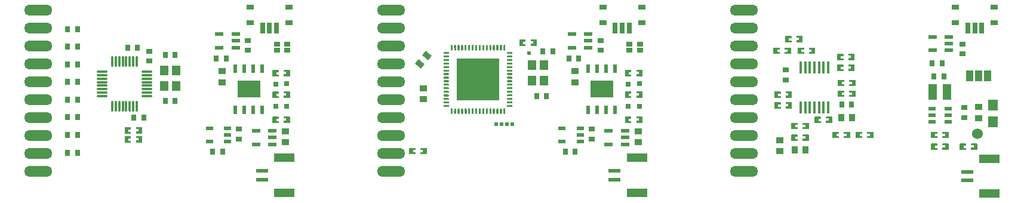
<source format=gtp>
G04 This is an RS-274x file exported by *
G04 gerbv version 2.10.0~037b94 *
G04 More information is available about gerbv at *
G04 https://gerbv.github.io/ *
G04 --End of header info--*
%MOIN*%
%FSLAX36Y36*%
%IPPOS*%
G04 --Define apertures--*
%ADD10R,0.0315X0.0354*%
%ADD11R,0.0354X0.0315*%
%ADD12R,0.0430X0.0320*%
%ADD13R,0.0456X0.0193*%
%ADD14R,0.0463X0.0193*%
%AMMACRO15*
21,1,0.031496,0.025591,0.000000,0.000000,0.000000*
%
%ADD15MACRO15*%
%ADD16R,0.0315X0.0315*%
%ADD17O,0.1575X0.0591*%
%ADD18R,0.0276X0.0591*%
%ADD19R,0.0394X0.0315*%
%ADD20O,0.0618X0.0110*%
%ADD21O,0.0110X0.0618*%
%ADD22R,0.0236X0.0472*%
%ADD23R,0.1299X0.0945*%
%ADD24R,0.0472X0.0551*%
%AMMACRO25*
21,1,0.047244,0.055118,0.000000,0.000000,0.000000*
%
%ADD25MACRO25*%
%ADD26R,0.0669X0.0236*%
%ADD27R,0.1142X0.0512*%
%ADD28R,0.0433X0.0236*%
%AMMACRO29*
21,1,0.031496,0.025591,0.000000,0.000000,0.000000*
%
%ADD29MACRO29*%
%AMMACRO30*
21,1,0.047244,0.055118,0.000000,0.000000,0.000000*
%
%ADD30MACRO30*%
%AMMACRO31*
21,1,0.032000,0.043000,0.000000,0.000000,-130.999800*
%
%ADD31MACRO31*%
%AMMACRO32*
21,1,0.032000,0.043000,0.000000,0.000000,-130.998500*
%
%ADD32MACRO32*%
%ADD33R,0.0197X0.0197*%
%ADD34R,0.0006X0.0197*%
%ADD35C,0.0600*%
%ADD36R,0.0535X0.0591*%
%ADD37R,0.0472X0.0866*%
%ADD38R,0.0394X0.0591*%
%ADD39R,0.0422X0.0209*%
%ADD40R,0.0320X0.0430*%
%ADD41R,0.0157X0.0669*%
%ADD42R,0.0007X0.0669*%
G04 --Start main section--*
G36*
G01X1465560Y-762280D02*
G01X1463580Y-764260D01*
G01X1463580Y-773220D01*
G01X1478140Y-773220D01*
G01X1478140Y-786220D01*
G01X1463580Y-786220D01*
G01X1463580Y-795740D01*
G01X1465560Y-797720D01*
G01X1497040Y-797720D01*
G01X1499020Y-795740D01*
G01X1499020Y-764260D01*
G01X1497040Y-762280D01*
G37*
G36*
G01X1402960Y-762280D02*
G01X1400980Y-764260D01*
G01X1400980Y-795740D01*
G01X1402960Y-797720D01*
G01X1434440Y-797720D01*
G01X1436420Y-795740D01*
G01X1436420Y-786780D01*
G01X1421860Y-786780D01*
G01X1421860Y-773780D01*
G01X1436420Y-773780D01*
G01X1436420Y-764260D01*
G01X1434440Y-762280D01*
G37*
G36*
G01X1465560Y-622280D02*
G01X1463580Y-624260D01*
G01X1463580Y-633220D01*
G01X1478140Y-633220D01*
G01X1478140Y-646220D01*
G01X1463580Y-646220D01*
G01X1463580Y-655740D01*
G01X1465560Y-657720D01*
G01X1497040Y-657720D01*
G01X1499020Y-655740D01*
G01X1499020Y-624260D01*
G01X1497040Y-622280D01*
G37*
G36*
G01X1402960Y-622280D02*
G01X1400980Y-624260D01*
G01X1400980Y-655740D01*
G01X1402960Y-657720D01*
G01X1434440Y-657720D01*
G01X1436420Y-655740D01*
G01X1436420Y-646780D01*
G01X1421860Y-646780D01*
G01X1421860Y-633780D01*
G01X1436420Y-633780D01*
G01X1436420Y-624260D01*
G01X1434440Y-622280D01*
G37*
G36*
G01X1465560Y-502280D02*
G01X1463580Y-504260D01*
G01X1463580Y-513220D01*
G01X1478140Y-513220D01*
G01X1478140Y-526220D01*
G01X1463580Y-526220D01*
G01X1463580Y-535740D01*
G01X1465560Y-537720D01*
G01X1497040Y-537720D01*
G01X1499020Y-535740D01*
G01X1499020Y-504260D01*
G01X1497040Y-502280D01*
G37*
G36*
G01X1402960Y-502280D02*
G01X1400980Y-504260D01*
G01X1400980Y-535740D01*
G01X1402960Y-537720D01*
G01X1434440Y-537720D01*
G01X1436420Y-535740D01*
G01X1436420Y-526780D01*
G01X1421860Y-526780D01*
G01X1421860Y-513780D01*
G01X1436420Y-513780D01*
G01X1436420Y-504260D01*
G01X1434440Y-502280D01*
G37*
G36*
G01X0640560Y-872280D02*
G01X0638580Y-874260D01*
G01X0638580Y-883220D01*
G01X0653160Y-883220D01*
G01X0653160Y-896220D01*
G01X0638580Y-896220D01*
G01X0638580Y-905740D01*
G01X0640560Y-907720D01*
G01X0672040Y-907720D01*
G01X0674020Y-905740D01*
G01X0674020Y-874260D01*
G01X0672040Y-872280D01*
G37*
G36*
G01X0577960Y-872280D02*
G01X0575980Y-874260D01*
G01X0575980Y-905740D01*
G01X0577960Y-907720D01*
G01X0609440Y-907720D01*
G01X0611420Y-905740D01*
G01X0611420Y-896780D01*
G01X0596840Y-896780D01*
G01X0596840Y-883780D01*
G01X0611420Y-883780D01*
G01X0611420Y-874260D01*
G01X0609440Y-872280D01*
G37*
G36*
G01X0640560Y-822280D02*
G01X0638580Y-824260D01*
G01X0638580Y-833220D01*
G01X0653160Y-833220D01*
G01X0653160Y-846220D01*
G01X0638580Y-846220D01*
G01X0638580Y-855740D01*
G01X0640560Y-857720D01*
G01X0672040Y-857720D01*
G01X0674020Y-855740D01*
G01X0674020Y-824260D01*
G01X0672040Y-822280D01*
G37*
G36*
G01X0577960Y-822280D02*
G01X0575980Y-824260D01*
G01X0575980Y-855740D01*
G01X0577960Y-857720D01*
G01X0609440Y-857720D01*
G01X0611420Y-855740D01*
G01X0611420Y-846780D01*
G01X0596840Y-846780D01*
G01X0596840Y-833780D01*
G01X0611420Y-833780D01*
G01X0611420Y-824260D01*
G01X0609440Y-822280D01*
G37*
G54D10*
G01X1067440Y-960000D03*
G01X1122560Y-960000D03*
G54D11*
G01X1215000Y-887560D03*
G01X1215000Y-832440D03*
G01X1265000Y-392560D03*
G01X1265000Y-337440D03*
G54D10*
G01X1087440Y-440000D03*
G01X1142560Y-440000D03*
G01X0258050Y-963780D03*
G01X0313170Y-963780D03*
G01X0257440Y-865000D03*
G01X0312560Y-865000D03*
G01X0257440Y-766430D03*
G01X0312560Y-766430D03*
G01X0257440Y-667860D03*
G01X0312560Y-667860D03*
G01X0258050Y-569500D03*
G01X0313170Y-569500D03*
G01X0257440Y-470710D03*
G01X0312560Y-470710D03*
G01X0258050Y-372360D03*
G01X0313170Y-372360D03*
G01X0258050Y-273780D03*
G01X0313170Y-273780D03*
G01X0857560Y-420000D03*
G01X0802440Y-420000D03*
G01X0857560Y-675000D03*
G01X0802440Y-675000D03*
G01X0627440Y-770000D03*
G01X0682560Y-770000D03*
G54D11*
G01X0715000Y-397440D03*
G01X0715000Y-452560D03*
G54D10*
G01X0647560Y-380000D03*
G01X0592440Y-380000D03*
G54D12*
G01X1475000Y-906000D03*
G01X1475000Y-844000D03*
G01X1120000Y-571000D03*
G01X1120000Y-509000D03*
G54D13*
G01X1195420Y-377400D03*
G01X1195420Y-340000D03*
G01X1195420Y-302600D03*
G54D14*
G01X1104580Y-302600D03*
G01X1104580Y-377400D03*
G54D13*
G01X1400420Y-917400D03*
G01X1400420Y-880000D03*
G01X1400420Y-842600D03*
G54D14*
G01X1309580Y-842600D03*
G01X1309580Y-917400D03*
G54D15*
G01X1425472Y-357280D03*
G01X1425472Y-392719D03*
G01X1484528Y-392719D03*
G01X1484528Y-357280D03*
G54D16*
G01X1481480Y-704860D03*
G01X1418530Y-705140D03*
G01X1481480Y-579860D03*
G01X1418530Y-580140D03*
G54D17*
G01X0095000Y-170000D03*
G01X0095000Y-270000D03*
G01X0095000Y-370000D03*
G01X0095000Y-470000D03*
G01X0095000Y-570000D03*
G01X0095000Y-670000D03*
G01X0095000Y-770000D03*
G01X0095000Y-870000D03*
G01X0095000Y-970000D03*
G01X0095000Y-1070000D03*
G54D18*
G01X1424370Y-267090D03*
G01X1385000Y-267090D03*
G01X1345630Y-267090D03*
G54D19*
G01X1493270Y-239530D03*
G01X1276730Y-239530D03*
G01X1493270Y-152910D03*
G01X1276730Y-152910D03*
G54D20*
G01X0449610Y-511100D03*
G01X0449610Y-530790D03*
G01X0449610Y-550470D03*
G01X0449610Y-570160D03*
G01X0449610Y-589840D03*
G01X0449610Y-609530D03*
G01X0449610Y-629210D03*
G01X0449610Y-648900D03*
G54D21*
G01X0506100Y-705390D03*
G01X0525790Y-705390D03*
G01X0545470Y-705390D03*
G01X0565160Y-705390D03*
G01X0584840Y-705390D03*
G01X0604530Y-705390D03*
G01X0624210Y-705390D03*
G01X0643900Y-705390D03*
G54D20*
G01X0700390Y-648900D03*
G01X0700390Y-629210D03*
G01X0700390Y-609530D03*
G01X0700390Y-589840D03*
G01X0700390Y-570160D03*
G01X0700390Y-550470D03*
G01X0700390Y-530790D03*
G01X0700390Y-511100D03*
G54D21*
G01X0643900Y-454610D03*
G01X0624210Y-454610D03*
G01X0604530Y-454610D03*
G01X0584840Y-454610D03*
G01X0565160Y-454610D03*
G01X0545470Y-454610D03*
G01X0525790Y-454610D03*
G01X0506100Y-454610D03*
G54D22*
G01X1195000Y-724500D03*
G01X1245000Y-724500D03*
G01X1295000Y-724500D03*
G01X1345000Y-724500D03*
G01X1345000Y-495500D03*
G01X1295000Y-495500D03*
G01X1245000Y-495500D03*
G01X1195000Y-495500D03*
G54D23*
G01X1270000Y-610000D03*
G54D24*
G01X0796540Y-506690D03*
G54D25*
G01X0796540Y-593307D03*
G01X0863470Y-593307D03*
G01X0863470Y-506693D03*
G54D26*
G01X1342010Y-1114610D03*
G01X1342010Y-1065390D03*
G54D27*
G01X1467990Y-992560D03*
G01X1467990Y-1187440D03*
G54D28*
G01X1048830Y-902410D03*
G01X1048830Y-827610D03*
G01X1151200Y-827610D03*
G01X1151200Y-865010D03*
G01X1151200Y-902410D03*
G01X1968504Y0000000D02*
G36*
G01X2781464Y-332280D02*
G01X2779484Y-334260D01*
G01X2779484Y-365740D01*
G01X2781464Y-367720D01*
G01X2812944Y-367720D01*
G01X2814924Y-365740D01*
G01X2814924Y-356780D01*
G01X2800364Y-356780D01*
G01X2800364Y-343780D01*
G01X2814924Y-343780D01*
G01X2814924Y-334260D01*
G01X2812944Y-332280D01*
G37*
G36*
G01X2844064Y-332280D02*
G01X2842084Y-334260D01*
G01X2842084Y-343220D01*
G01X2856644Y-343220D01*
G01X2856644Y-356220D01*
G01X2842084Y-356220D01*
G01X2842084Y-365740D01*
G01X2844064Y-367720D01*
G01X2875544Y-367720D01*
G01X2877524Y-365740D01*
G01X2877524Y-334260D01*
G01X2875544Y-332280D01*
G37*
G36*
G01X2229064Y-937280D02*
G01X2227084Y-939260D01*
G01X2227084Y-948220D01*
G01X2241664Y-948220D01*
G01X2241664Y-961220D01*
G01X2227084Y-961220D01*
G01X2227084Y-970740D01*
G01X2229064Y-972720D01*
G01X2260544Y-972720D01*
G01X2262524Y-970740D01*
G01X2262524Y-939260D01*
G01X2260544Y-937280D01*
G37*
G36*
G01X2166464Y-937280D02*
G01X2164484Y-939260D01*
G01X2164484Y-970740D01*
G01X2166464Y-972720D01*
G01X2197944Y-972720D01*
G01X2199924Y-970740D01*
G01X2199924Y-961780D01*
G01X2185344Y-961780D01*
G01X2185344Y-948780D01*
G01X2199924Y-948780D01*
G01X2199924Y-939260D01*
G01X2197944Y-937280D01*
G37*
G36*
G01X3434064Y-762280D02*
G01X3432084Y-764260D01*
G01X3432084Y-773220D01*
G01X3446644Y-773220D01*
G01X3446644Y-786220D01*
G01X3432084Y-786220D01*
G01X3432084Y-795740D01*
G01X3434064Y-797720D01*
G01X3465544Y-797720D01*
G01X3467524Y-795740D01*
G01X3467524Y-764260D01*
G01X3465544Y-762280D01*
G37*
G36*
G01X3371464Y-762280D02*
G01X3369484Y-764260D01*
G01X3369484Y-795740D01*
G01X3371464Y-797720D01*
G01X3402944Y-797720D01*
G01X3404924Y-795740D01*
G01X3404924Y-786780D01*
G01X3390364Y-786780D01*
G01X3390364Y-773780D01*
G01X3404924Y-773780D01*
G01X3404924Y-764260D01*
G01X3402944Y-762280D01*
G37*
G36*
G01X3434064Y-622280D02*
G01X3432084Y-624260D01*
G01X3432084Y-633220D01*
G01X3446644Y-633220D01*
G01X3446644Y-646220D01*
G01X3432084Y-646220D01*
G01X3432084Y-655740D01*
G01X3434064Y-657720D01*
G01X3465544Y-657720D01*
G01X3467524Y-655740D01*
G01X3467524Y-624260D01*
G01X3465544Y-622280D01*
G37*
G36*
G01X3371464Y-622280D02*
G01X3369484Y-624260D01*
G01X3369484Y-655740D01*
G01X3371464Y-657720D01*
G01X3402944Y-657720D01*
G01X3404924Y-655740D01*
G01X3404924Y-646780D01*
G01X3390364Y-646780D01*
G01X3390364Y-633780D01*
G01X3404924Y-633780D01*
G01X3404924Y-624260D01*
G01X3402944Y-622280D01*
G37*
G36*
G01X3434064Y-502280D02*
G01X3432084Y-504260D01*
G01X3432084Y-513220D01*
G01X3446644Y-513220D01*
G01X3446644Y-526220D01*
G01X3432084Y-526220D01*
G01X3432084Y-535740D01*
G01X3434064Y-537720D01*
G01X3465544Y-537720D01*
G01X3467524Y-535740D01*
G01X3467524Y-504260D01*
G01X3465544Y-502280D01*
G37*
G36*
G01X3371464Y-502280D02*
G01X3369484Y-504260D01*
G01X3369484Y-535740D01*
G01X3371464Y-537720D01*
G01X3402944Y-537720D01*
G01X3404924Y-535740D01*
G01X3404924Y-526780D01*
G01X3390364Y-526780D01*
G01X3390364Y-513780D01*
G01X3404924Y-513780D01*
G01X3404924Y-504260D01*
G01X3402944Y-502280D01*
G37*
G36*
G01X2696004Y-362080D02*
G01X2694804Y-362260D01*
G01X2693384Y-362820D01*
G01X2692424Y-363540D01*
G01X2691624Y-364460D01*
G01X2691164Y-365240D01*
G01X2690764Y-366400D01*
G01X2690664Y-367000D01*
G01X2690644Y-388380D01*
G01X2690844Y-389580D01*
G01X2691444Y-390960D01*
G01X2691984Y-391700D01*
G01X2693144Y-392680D01*
G01X2694504Y-393340D01*
G01X2695704Y-393560D01*
G01X2696304Y-393580D01*
G01X2697504Y-393420D01*
G01X2698644Y-392980D01*
G01X2699884Y-392120D01*
G01X2700684Y-391220D01*
G01X2701364Y-389860D01*
G01X2701624Y-388680D01*
G01X2701664Y-367600D01*
G01X2701584Y-366700D01*
G01X2701364Y-365800D01*
G01X2700684Y-364460D01*
G01X2699884Y-363540D01*
G01X2698644Y-362680D01*
G01X2697804Y-362340D01*
G01X2696604Y-362100D01*
G37*
G36*
G01X2538524Y-362080D02*
G01X2537324Y-362260D01*
G01X2535904Y-362820D01*
G01X2534944Y-363540D01*
G01X2534144Y-364460D01*
G01X2533684Y-365240D01*
G01X2533284Y-366400D01*
G01X2533184Y-367000D01*
G01X2533164Y-388380D01*
G01X2533364Y-389580D01*
G01X2533964Y-390960D01*
G01X2534504Y-391700D01*
G01X2535664Y-392680D01*
G01X2537024Y-393340D01*
G01X2538224Y-393560D01*
G01X2538824Y-393580D01*
G01X2540024Y-393420D01*
G01X2541164Y-392980D01*
G01X2542404Y-392120D01*
G01X2543204Y-391220D01*
G01X2543884Y-389860D01*
G01X2544144Y-388680D01*
G01X2544184Y-367600D01*
G01X2544104Y-366700D01*
G01X2543884Y-365800D01*
G01X2543204Y-364460D01*
G01X2542404Y-363540D01*
G01X2541164Y-362680D01*
G01X2540324Y-362340D01*
G01X2539124Y-362100D01*
G37*
G36*
G01X2617264Y-362080D02*
G01X2616344Y-362180D01*
G01X2614924Y-362680D01*
G01X2614384Y-362980D01*
G01X2613684Y-363540D01*
G01X2612884Y-364460D01*
G01X2612424Y-365240D01*
G01X2612024Y-366400D01*
G01X2611924Y-367000D01*
G01X2611904Y-388380D01*
G01X2612104Y-389580D01*
G01X2612704Y-390960D01*
G01X2613244Y-391700D01*
G01X2614384Y-392680D01*
G01X2615764Y-393340D01*
G01X2616944Y-393560D01*
G01X2617564Y-393580D01*
G01X2618764Y-393420D01*
G01X2619904Y-392980D01*
G01X2621144Y-392120D01*
G01X2621944Y-391220D01*
G01X2622404Y-390420D01*
G01X2622784Y-389280D01*
G01X2622884Y-388680D01*
G01X2622924Y-367600D01*
G01X2622844Y-366700D01*
G01X2622404Y-365240D01*
G01X2621564Y-363980D01*
G01X2621144Y-363540D01*
G01X2619904Y-362680D01*
G01X2618464Y-362180D01*
G37*
G36*
G01X2459784Y-362080D02*
G01X2458584Y-362260D01*
G01X2457164Y-362820D01*
G01X2456424Y-363340D01*
G01X2455764Y-363980D01*
G01X2455224Y-364720D01*
G01X2454624Y-366100D01*
G01X2454424Y-367300D01*
G01X2454444Y-388680D01*
G01X2454544Y-389280D01*
G01X2455084Y-390700D01*
G01X2455404Y-391220D01*
G01X2455984Y-391920D01*
G01X2456664Y-392520D01*
G01X2458004Y-393240D01*
G01X2459164Y-393540D01*
G01X2460684Y-393540D01*
G01X2461564Y-393340D01*
G01X2462684Y-392840D01*
G01X2463184Y-392520D01*
G01X2463884Y-391920D01*
G01X2464784Y-390700D01*
G01X2465224Y-389580D01*
G01X2465364Y-388980D01*
G01X2465444Y-388080D01*
G01X2465404Y-367000D01*
G01X2465044Y-365520D01*
G01X2464284Y-364220D01*
G01X2463424Y-363340D01*
G01X2462684Y-362820D01*
G01X2461284Y-362260D01*
G01X2460384Y-362100D01*
G37*
G36*
G01X2656624Y-362080D02*
G01X2655724Y-362180D01*
G01X2654284Y-362680D01*
G01X2653044Y-363540D01*
G01X2652244Y-364460D01*
G01X2651564Y-365800D01*
G01X2651344Y-366700D01*
G01X2651264Y-367600D01*
G01X2651304Y-388680D01*
G01X2651564Y-389860D01*
G01X2652244Y-391220D01*
G01X2653044Y-392120D01*
G01X2654284Y-392980D01*
G01X2655424Y-393420D01*
G01X2656624Y-393580D01*
G01X2657844Y-393480D01*
G01X2658984Y-393120D01*
G01X2660284Y-392320D01*
G01X2660944Y-391700D01*
G01X2661484Y-390960D01*
G01X2662084Y-389580D01*
G01X2662284Y-388380D01*
G01X2662264Y-367000D01*
G01X2661984Y-365800D01*
G01X2661764Y-365240D01*
G01X2661304Y-364460D01*
G01X2660504Y-363540D01*
G01X2659544Y-362820D01*
G01X2658124Y-362260D01*
G01X2657244Y-362100D01*
G37*
G36*
G01X2499144Y-362080D02*
G01X2498244Y-362180D01*
G01X2497364Y-362440D01*
G01X2496544Y-362820D01*
G01X2495344Y-363760D01*
G01X2494444Y-364980D01*
G01X2494184Y-365520D01*
G01X2493824Y-367000D01*
G01X2493784Y-388080D01*
G01X2493864Y-388980D01*
G01X2494184Y-390140D01*
G01X2494444Y-390700D01*
G01X2495344Y-391920D01*
G01X2496044Y-392520D01*
G01X2497084Y-393120D01*
G01X2497644Y-393340D01*
G01X2498544Y-393540D01*
G01X2500064Y-393540D01*
G01X2501224Y-393240D01*
G01X2502564Y-392520D01*
G01X2503244Y-391920D01*
G01X2503824Y-391220D01*
G01X2504404Y-390140D01*
G01X2504684Y-389280D01*
G01X2504784Y-388680D01*
G01X2504804Y-367300D01*
G01X2504604Y-366100D01*
G01X2504004Y-364720D01*
G01X2503464Y-363980D01*
G01X2502804Y-363340D01*
G01X2501784Y-362680D01*
G01X2500364Y-362180D01*
G37*
G36*
G01X2577884Y-362080D02*
G01X2576984Y-362180D01*
G01X2575544Y-362680D01*
G01X2574304Y-363540D01*
G01X2573504Y-364460D01*
G01X2573044Y-365240D01*
G01X2572604Y-366700D01*
G01X2572524Y-367600D01*
G01X2572564Y-388680D01*
G01X2572824Y-389860D01*
G01X2573044Y-390420D01*
G01X2573504Y-391220D01*
G01X2574304Y-392120D01*
G01X2575544Y-392980D01*
G01X2576684Y-393420D01*
G01X2577884Y-393580D01*
G01X2579104Y-393480D01*
G01X2580244Y-393120D01*
G01X2581064Y-392680D01*
G01X2582204Y-391700D01*
G01X2582744Y-390960D01*
G01X2583344Y-389580D01*
G01X2583544Y-388380D01*
G01X2583524Y-367000D01*
G01X2583244Y-365800D01*
G01X2583024Y-365240D01*
G01X2582564Y-364460D01*
G01X2581764Y-363540D01*
G01X2581064Y-362980D01*
G01X2579684Y-362340D01*
G01X2578484Y-362100D01*
G37*
G36*
G01X2420404Y-362080D02*
G01X2419504Y-362180D01*
G01X2418064Y-362680D01*
G01X2416824Y-363540D01*
G01X2416024Y-364460D01*
G01X2415564Y-365240D01*
G01X2415124Y-366700D01*
G01X2415044Y-367600D01*
G01X2415084Y-388680D01*
G01X2415344Y-389860D01*
G01X2415564Y-390420D01*
G01X2416024Y-391220D01*
G01X2416824Y-392120D01*
G01X2418064Y-392980D01*
G01X2419204Y-393420D01*
G01X2420404Y-393580D01*
G01X2421624Y-393480D01*
G01X2422764Y-393120D01*
G01X2423584Y-392680D01*
G01X2424724Y-391700D01*
G01X2425264Y-390960D01*
G01X2425864Y-389580D01*
G01X2426064Y-388380D01*
G01X2426044Y-367000D01*
G01X2425764Y-365800D01*
G01X2425544Y-365240D01*
G01X2425084Y-364460D01*
G01X2424284Y-363540D01*
G01X2423584Y-362980D01*
G01X2422204Y-362340D01*
G01X2421624Y-362180D01*
G37*
G36*
G01X2676304Y-362080D02*
G01X2675404Y-362180D01*
G01X2674524Y-362440D01*
G01X2673704Y-362820D01*
G01X2672504Y-363760D01*
G01X2671604Y-364980D01*
G01X2671344Y-365520D01*
G01X2670984Y-367000D01*
G01X2670944Y-388080D01*
G01X2671024Y-388980D01*
G01X2671344Y-390140D01*
G01X2671604Y-390700D01*
G01X2672504Y-391920D01*
G01X2673204Y-392520D01*
G01X2674244Y-393120D01*
G01X2674804Y-393340D01*
G01X2675704Y-393540D01*
G01X2677224Y-393540D01*
G01X2678384Y-393240D01*
G01X2679724Y-392520D01*
G01X2680404Y-391920D01*
G01X2680984Y-391220D01*
G01X2681564Y-390140D01*
G01X2681844Y-389280D01*
G01X2681944Y-388680D01*
G01X2681964Y-367300D01*
G01X2681764Y-366100D01*
G01X2681164Y-364720D01*
G01X2680624Y-363980D01*
G01X2679964Y-363340D01*
G01X2679224Y-362820D01*
G01X2677804Y-362260D01*
G37*
G36*
G01X2518824Y-362080D02*
G01X2517924Y-362180D01*
G01X2517044Y-362440D01*
G01X2516224Y-362820D01*
G01X2515024Y-363760D01*
G01X2514124Y-364980D01*
G01X2513864Y-365520D01*
G01X2513504Y-367000D01*
G01X2513464Y-388080D01*
G01X2513544Y-388980D01*
G01X2513864Y-390140D01*
G01X2514124Y-390700D01*
G01X2515024Y-391920D01*
G01X2515724Y-392520D01*
G01X2516764Y-393120D01*
G01X2517324Y-393340D01*
G01X2518224Y-393540D01*
G01X2519744Y-393540D01*
G01X2520904Y-393240D01*
G01X2522244Y-392520D01*
G01X2522924Y-391920D01*
G01X2523504Y-391220D01*
G01X2524084Y-390140D01*
G01X2524364Y-389280D01*
G01X2524464Y-388680D01*
G01X2524484Y-367300D01*
G01X2524284Y-366100D01*
G01X2523684Y-364720D01*
G01X2523144Y-363980D01*
G01X2522484Y-363340D01*
G01X2521744Y-362820D01*
G01X2520324Y-362260D01*
G37*
G36*
G01X2597564Y-362080D02*
G01X2596664Y-362180D01*
G01X2595224Y-362680D01*
G01X2593984Y-363540D01*
G01X2593184Y-364460D01*
G01X2592724Y-365240D01*
G01X2592284Y-366700D01*
G01X2592204Y-367600D01*
G01X2592244Y-388680D01*
G01X2592504Y-389860D01*
G01X2592724Y-390420D01*
G01X2593184Y-391220D01*
G01X2593984Y-392120D01*
G01X2595224Y-392980D01*
G01X2596364Y-393420D01*
G01X2597564Y-393580D01*
G01X2598784Y-393480D01*
G01X2599924Y-393120D01*
G01X2601224Y-392320D01*
G01X2601884Y-391700D01*
G01X2602424Y-390960D01*
G01X2603024Y-389580D01*
G01X2603224Y-388380D01*
G01X2603204Y-367000D01*
G01X2602924Y-365800D01*
G01X2602704Y-365240D01*
G01X2602244Y-364460D01*
G01X2601444Y-363540D01*
G01X2600484Y-362820D01*
G01X2599064Y-362260D01*
G01X2598184Y-362100D01*
G37*
G36*
G01X2440084Y-362080D02*
G01X2439184Y-362180D01*
G01X2437744Y-362680D01*
G01X2436504Y-363540D01*
G01X2435704Y-364460D01*
G01X2435024Y-365800D01*
G01X2434804Y-366700D01*
G01X2434724Y-367600D01*
G01X2434764Y-388680D01*
G01X2435024Y-389860D01*
G01X2435704Y-391220D01*
G01X2436504Y-392120D01*
G01X2437744Y-392980D01*
G01X2438884Y-393420D01*
G01X2440084Y-393580D01*
G01X2441304Y-393480D01*
G01X2442444Y-393120D01*
G01X2443744Y-392320D01*
G01X2444404Y-391700D01*
G01X2444944Y-390960D01*
G01X2445544Y-389580D01*
G01X2445744Y-388380D01*
G01X2445724Y-367000D01*
G01X2445444Y-365800D01*
G01X2445224Y-365240D01*
G01X2444764Y-364460D01*
G01X2443964Y-363540D01*
G01X2443004Y-362820D01*
G01X2441584Y-362260D01*
G01X2440704Y-362100D01*
G37*
G36*
G01X2636944Y-362080D02*
G01X2635744Y-362260D01*
G01X2634324Y-362820D01*
G01X2633584Y-363340D01*
G01X2632924Y-363980D01*
G01X2632384Y-364720D01*
G01X2631784Y-366100D01*
G01X2631584Y-367300D01*
G01X2631604Y-388680D01*
G01X2631704Y-389280D01*
G01X2632244Y-390700D01*
G01X2632564Y-391220D01*
G01X2633144Y-391920D01*
G01X2633824Y-392520D01*
G01X2635164Y-393240D01*
G01X2636324Y-393540D01*
G01X2637844Y-393540D01*
G01X2638744Y-393340D01*
G01X2639844Y-392840D01*
G01X2640344Y-392520D01*
G01X2641044Y-391920D01*
G01X2641944Y-390700D01*
G01X2642384Y-389580D01*
G01X2642524Y-388980D01*
G01X2642604Y-388080D01*
G01X2642564Y-367000D01*
G01X2642204Y-365520D01*
G01X2641444Y-364220D01*
G01X2640584Y-363340D01*
G01X2639844Y-362820D01*
G01X2639024Y-362440D01*
G01X2638144Y-362180D01*
G37*
G36*
G01X2479204Y-362080D02*
G01X2478304Y-362180D01*
G01X2477424Y-362440D01*
G01X2476604Y-362820D01*
G01X2475404Y-363760D01*
G01X2474504Y-364980D01*
G01X2474244Y-365520D01*
G01X2473884Y-367000D01*
G01X2473844Y-388080D01*
G01X2473924Y-388980D01*
G01X2474244Y-390140D01*
G01X2474504Y-390700D01*
G01X2475404Y-391920D01*
G01X2476104Y-392520D01*
G01X2477144Y-393120D01*
G01X2477704Y-393340D01*
G01X2478604Y-393540D01*
G01X2480124Y-393540D01*
G01X2481284Y-393240D01*
G01X2482624Y-392520D01*
G01X2483304Y-391920D01*
G01X2483884Y-391220D01*
G01X2484464Y-390140D01*
G01X2484744Y-389280D01*
G01X2484844Y-388680D01*
G01X2484864Y-367300D01*
G01X2484664Y-366100D01*
G01X2484064Y-364720D01*
G01X2483524Y-363980D01*
G01X2482864Y-363340D01*
G01X2482124Y-362820D01*
G01X2480704Y-362260D01*
G37*
G36*
G01X2558204Y-362080D02*
G01X2557284Y-362180D01*
G01X2555864Y-362680D01*
G01X2555324Y-362980D01*
G01X2554624Y-363540D01*
G01X2553824Y-364460D01*
G01X2553364Y-365240D01*
G01X2552964Y-366400D01*
G01X2552864Y-367000D01*
G01X2552844Y-388380D01*
G01X2553044Y-389580D01*
G01X2553644Y-390960D01*
G01X2554184Y-391700D01*
G01X2555324Y-392680D01*
G01X2556704Y-393340D01*
G01X2557884Y-393560D01*
G01X2558504Y-393580D01*
G01X2559704Y-393420D01*
G01X2560844Y-392980D01*
G01X2562084Y-392120D01*
G01X2562884Y-391220D01*
G01X2563344Y-390420D01*
G01X2563724Y-389280D01*
G01X2563824Y-388680D01*
G01X2563864Y-367600D01*
G01X2563784Y-366700D01*
G01X2563344Y-365240D01*
G01X2562504Y-363980D01*
G01X2562084Y-363540D01*
G01X2560844Y-362680D01*
G01X2559404Y-362180D01*
G37*
G36*
G01X2400724Y-362080D02*
G01X2399804Y-362180D01*
G01X2398384Y-362680D01*
G01X2397844Y-362980D01*
G01X2397144Y-363540D01*
G01X2396344Y-364460D01*
G01X2395884Y-365240D01*
G01X2395484Y-366400D01*
G01X2395384Y-367000D01*
G01X2395364Y-388380D01*
G01X2395564Y-389580D01*
G01X2396164Y-390960D01*
G01X2396704Y-391700D01*
G01X2397844Y-392680D01*
G01X2399224Y-393340D01*
G01X2400404Y-393560D01*
G01X2401024Y-393580D01*
G01X2402224Y-393420D01*
G01X2403364Y-392980D01*
G01X2404604Y-392120D01*
G01X2405404Y-391220D01*
G01X2405864Y-390420D01*
G01X2406244Y-389280D01*
G01X2406344Y-388680D01*
G01X2406384Y-367600D01*
G01X2406304Y-366700D01*
G01X2405864Y-365240D01*
G01X2405024Y-363980D01*
G01X2404604Y-363540D01*
G01X2403364Y-362680D01*
G01X2401924Y-362180D01*
G37*
G36*
G01X2715124Y-401860D02*
G01X2713924Y-402060D01*
G01X2712544Y-402660D01*
G01X2711804Y-403200D01*
G01X2710824Y-404340D01*
G01X2710164Y-405720D01*
G01X2709944Y-406900D01*
G01X2709924Y-407520D01*
G01X2710084Y-408720D01*
G01X2710524Y-409860D01*
G01X2711384Y-411100D01*
G01X2712284Y-411900D01*
G01X2713084Y-412360D01*
G01X2714224Y-412740D01*
G01X2714824Y-412840D01*
G01X2735904Y-412880D01*
G01X2736804Y-412800D01*
G01X2738264Y-412360D01*
G01X2739524Y-411520D01*
G01X2739964Y-411100D01*
G01X2740824Y-409860D01*
G01X2741324Y-408420D01*
G01X2741424Y-407520D01*
G01X2741404Y-406900D01*
G01X2741064Y-405440D01*
G01X2740684Y-404600D01*
G01X2740164Y-403860D01*
G01X2739524Y-403200D01*
G01X2738784Y-402660D01*
G01X2737404Y-402060D01*
G01X2736204Y-401860D01*
G37*
G36*
G01X2360804Y-401860D02*
G01X2359604Y-402060D01*
G01X2358224Y-402660D01*
G01X2357484Y-403200D01*
G01X2356844Y-403860D01*
G01X2356324Y-404600D01*
G01X2355764Y-406020D01*
G01X2355604Y-406900D01*
G01X2355584Y-407520D01*
G01X2355684Y-408420D01*
G01X2356184Y-409860D01*
G01X2357044Y-411100D01*
G01X2357964Y-411900D01*
G01X2358744Y-412360D01*
G01X2360204Y-412800D01*
G01X2361104Y-412880D01*
G01X2382184Y-412840D01*
G01X2383364Y-412580D01*
G01X2383924Y-412360D01*
G01X2384724Y-411900D01*
G01X2385624Y-411100D01*
G01X2386484Y-409860D01*
G01X2386924Y-408720D01*
G01X2387084Y-407520D01*
G01X2386984Y-406300D01*
G01X2386624Y-405160D01*
G01X2386184Y-404340D01*
G01X2385204Y-403200D01*
G01X2384464Y-402660D01*
G01X2383084Y-402060D01*
G01X2381884Y-401860D01*
G37*
G36*
G01X2430404Y-436900D02*
G01X2430404Y-673120D01*
G01X2666624Y-673120D01*
G01X2666624Y-436900D01*
G37*
G36*
G01X2715124Y-421540D02*
G01X2713924Y-421740D01*
G01X2712544Y-422340D01*
G01X2711804Y-422880D01*
G01X2710824Y-424020D01*
G01X2710164Y-425400D01*
G01X2709944Y-426600D01*
G01X2709924Y-427200D01*
G01X2710084Y-428400D01*
G01X2710524Y-429540D01*
G01X2711384Y-430780D01*
G01X2712284Y-431580D01*
G01X2713644Y-432260D01*
G01X2714824Y-432520D01*
G01X2735904Y-432560D01*
G01X2736804Y-432480D01*
G01X2737704Y-432260D01*
G01X2739044Y-431580D01*
G01X2739964Y-430780D01*
G01X2740824Y-429540D01*
G01X2741164Y-428700D01*
G01X2741404Y-427500D01*
G01X2741364Y-426280D01*
G01X2741064Y-425120D01*
G01X2740684Y-424280D01*
G01X2740164Y-423540D01*
G01X2739524Y-422880D01*
G01X2738784Y-422340D01*
G01X2737404Y-421740D01*
G01X2736204Y-421540D01*
G37*
G36*
G01X2360804Y-421540D02*
G01X2359604Y-421740D01*
G01X2358224Y-422340D01*
G01X2357484Y-422880D01*
G01X2356844Y-423540D01*
G01X2356324Y-424280D01*
G01X2355764Y-425700D01*
G01X2355584Y-426900D01*
G01X2355604Y-427500D01*
G01X2355844Y-428700D01*
G01X2356184Y-429540D01*
G01X2357044Y-430780D01*
G01X2357964Y-431580D01*
G01X2359304Y-432260D01*
G01X2360204Y-432480D01*
G01X2361104Y-432560D01*
G01X2382184Y-432520D01*
G01X2383364Y-432260D01*
G01X2384724Y-431580D01*
G01X2385624Y-430780D01*
G01X2386484Y-429540D01*
G01X2386924Y-428400D01*
G01X2387084Y-427200D01*
G01X2386984Y-425980D01*
G01X2386624Y-424840D01*
G01X2386184Y-424020D01*
G01X2385204Y-422880D01*
G01X2384464Y-422340D01*
G01X2383084Y-421740D01*
G01X2381884Y-421540D01*
G37*
G36*
G01X2715424Y-441220D02*
G01X2714524Y-441300D01*
G01X2713364Y-441620D01*
G01X2712804Y-441880D01*
G01X2711584Y-442780D01*
G01X2710984Y-443480D01*
G01X2710384Y-444520D01*
G01X2710164Y-445100D01*
G01X2709964Y-445980D01*
G01X2709964Y-447500D01*
G01X2710264Y-448660D01*
G01X2710984Y-450000D01*
G01X2711584Y-450680D01*
G01X2712284Y-451260D01*
G01X2713364Y-451840D01*
G01X2714224Y-452120D01*
G01X2714824Y-452220D01*
G01X2736204Y-452240D01*
G01X2737404Y-452040D01*
G01X2738784Y-451440D01*
G01X2739524Y-450900D01*
G01X2740164Y-450240D01*
G01X2740824Y-449220D01*
G01X2741324Y-447800D01*
G01X2741424Y-446880D01*
G01X2741404Y-446280D01*
G01X2741064Y-444800D01*
G01X2740684Y-443980D01*
G01X2739744Y-442780D01*
G01X2738524Y-441880D01*
G01X2737984Y-441620D01*
G01X2736504Y-441260D01*
G37*
G36*
G01X2361104Y-441220D02*
G01X2360204Y-441300D01*
G01X2359304Y-441520D01*
G01X2357964Y-442200D01*
G01X2357044Y-443000D01*
G01X2356184Y-444240D01*
G01X2355684Y-445680D01*
G01X2355584Y-446580D01*
G01X2355604Y-447200D01*
G01X2355944Y-448660D01*
G01X2356324Y-449500D01*
G01X2357044Y-450460D01*
G01X2357964Y-451260D01*
G01X2358744Y-451720D01*
G01X2359904Y-452120D01*
G01X2360504Y-452220D01*
G01X2381884Y-452240D01*
G01X2383084Y-452040D01*
G01X2384464Y-451440D01*
G01X2385204Y-450900D01*
G01X2386184Y-449740D01*
G01X2386844Y-448380D01*
G01X2387064Y-447200D01*
G01X2387084Y-446580D01*
G01X2386924Y-445380D01*
G01X2386484Y-444240D01*
G01X2385624Y-443000D01*
G01X2384724Y-442200D01*
G01X2383364Y-441520D01*
G01X2382184Y-441260D01*
G37*
G36*
G01X2715424Y-460900D02*
G01X2714524Y-460980D01*
G01X2713364Y-461300D01*
G01X2712804Y-461560D01*
G01X2711584Y-462460D01*
G01X2710984Y-463160D01*
G01X2710384Y-464200D01*
G01X2710164Y-464760D01*
G01X2709964Y-465660D01*
G01X2709964Y-467180D01*
G01X2710264Y-468340D01*
G01X2710984Y-469680D01*
G01X2711584Y-470360D01*
G01X2712284Y-470940D01*
G01X2713364Y-471520D01*
G01X2714224Y-471800D01*
G01X2714824Y-471900D01*
G01X2736204Y-471920D01*
G01X2737404Y-471720D01*
G01X2738784Y-471120D01*
G01X2739524Y-470580D01*
G01X2740164Y-469920D01*
G01X2740684Y-469180D01*
G01X2741244Y-467760D01*
G01X2741424Y-466560D01*
G01X2741404Y-465960D01*
G01X2741164Y-464760D01*
G01X2740824Y-463920D01*
G01X2739964Y-462680D01*
G01X2739044Y-461880D01*
G01X2737704Y-461200D01*
G01X2736804Y-460980D01*
G01X2735904Y-460900D01*
G37*
G36*
G01X2361104Y-460900D02*
G01X2360204Y-460980D01*
G01X2359304Y-461200D01*
G01X2357964Y-461880D01*
G01X2357044Y-462680D01*
G01X2356184Y-463920D01*
G01X2355844Y-464760D01*
G01X2355604Y-465960D01*
G01X2355644Y-467180D01*
G01X2355944Y-468340D01*
G01X2356324Y-469180D01*
G01X2356844Y-469920D01*
G01X2357484Y-470580D01*
G01X2358224Y-471120D01*
G01X2359604Y-471720D01*
G01X2360804Y-471920D01*
G01X2382184Y-471900D01*
G01X2382784Y-471800D01*
G01X2384204Y-471260D01*
G01X2384724Y-470940D01*
G01X2385424Y-470360D01*
G01X2386024Y-469680D01*
G01X2386744Y-468340D01*
G01X2387044Y-467180D01*
G01X2387044Y-465660D01*
G01X2386844Y-464760D01*
G01X2386344Y-463660D01*
G01X2386024Y-463160D01*
G01X2385424Y-462460D01*
G01X2384204Y-461560D01*
G01X2383084Y-461120D01*
G01X2382484Y-460980D01*
G01X2381584Y-460900D01*
G37*
G36*
G01X2715124Y-480600D02*
G01X2713924Y-480800D01*
G01X2712544Y-481400D01*
G01X2711804Y-481940D01*
G01X2710824Y-483100D01*
G01X2710164Y-484460D01*
G01X2709944Y-485660D01*
G01X2709924Y-486260D01*
G01X2710084Y-487460D01*
G01X2710524Y-488600D01*
G01X2711384Y-489840D01*
G01X2712284Y-490640D01*
G01X2713644Y-491320D01*
G01X2714824Y-491580D01*
G01X2735904Y-491620D01*
G01X2736804Y-491540D01*
G01X2737704Y-491320D01*
G01X2739044Y-490640D01*
G01X2739964Y-489840D01*
G01X2740824Y-488600D01*
G01X2741164Y-487760D01*
G01X2741404Y-486560D01*
G01X2741364Y-485340D01*
G01X2741064Y-484180D01*
G01X2740684Y-483340D01*
G01X2739964Y-482380D01*
G01X2739044Y-481580D01*
G01X2738264Y-481120D01*
G01X2737104Y-480720D01*
G01X2736504Y-480620D01*
G37*
G36*
G01X2360804Y-480600D02*
G01X2359604Y-480800D01*
G01X2358224Y-481400D01*
G01X2357484Y-481940D01*
G01X2356844Y-482600D01*
G01X2356184Y-483620D01*
G01X2355684Y-485040D01*
G01X2355584Y-486260D01*
G01X2355684Y-487160D01*
G01X2355944Y-488040D01*
G01X2356324Y-488860D01*
G01X2357264Y-490060D01*
G01X2358484Y-490960D01*
G01X2359024Y-491220D01*
G01X2360504Y-491580D01*
G01X2381584Y-491620D01*
G01X2382484Y-491540D01*
G01X2383644Y-491220D01*
G01X2384204Y-490960D01*
G01X2385424Y-490060D01*
G01X2386024Y-489360D01*
G01X2386624Y-488320D01*
G01X2386844Y-487760D01*
G01X2387044Y-486860D01*
G01X2387044Y-485340D01*
G01X2386744Y-484180D01*
G01X2386024Y-482840D01*
G01X2385424Y-482160D01*
G01X2384724Y-481580D01*
G01X2383644Y-481000D01*
G01X2382784Y-480720D01*
G01X2382184Y-480620D01*
G37*
G36*
G01X2715124Y-500280D02*
G01X2713924Y-500480D01*
G01X2712544Y-501080D01*
G01X2711804Y-501620D01*
G01X2710824Y-502780D01*
G01X2710164Y-504140D01*
G01X2709944Y-505320D01*
G01X2709924Y-505940D01*
G01X2710084Y-507140D01*
G01X2710524Y-508280D01*
G01X2711384Y-509520D01*
G01X2712284Y-510320D01*
G01X2713084Y-510780D01*
G01X2714224Y-511160D01*
G01X2714824Y-511260D01*
G01X2735904Y-511300D01*
G01X2736804Y-511220D01*
G01X2738264Y-510780D01*
G01X2739524Y-509940D01*
G01X2739964Y-509520D01*
G01X2740824Y-508280D01*
G01X2741324Y-506840D01*
G01X2741424Y-505940D01*
G01X2741404Y-505320D01*
G01X2741064Y-503860D01*
G01X2740684Y-503020D01*
G01X2739964Y-502060D01*
G01X2739044Y-501260D01*
G01X2738264Y-500800D01*
G01X2737104Y-500400D01*
G01X2736504Y-500300D01*
G37*
G36*
G01X2360804Y-500280D02*
G01X2359604Y-500480D01*
G01X2358224Y-501080D01*
G01X2357484Y-501620D01*
G01X2356844Y-502280D01*
G01X2356184Y-503300D01*
G01X2355684Y-504720D01*
G01X2355584Y-505640D01*
G01X2355604Y-506240D01*
G01X2355944Y-507720D01*
G01X2356324Y-508540D01*
G01X2357264Y-509740D01*
G01X2358484Y-510640D01*
G01X2359024Y-510900D01*
G01X2360504Y-511260D01*
G01X2381584Y-511300D01*
G01X2382484Y-511220D01*
G01X2383644Y-510900D01*
G01X2384204Y-510640D01*
G01X2385424Y-509740D01*
G01X2386024Y-509040D01*
G01X2386624Y-508000D01*
G01X2386844Y-507420D01*
G01X2387044Y-506540D01*
G01X2387044Y-505020D01*
G01X2386744Y-503860D01*
G01X2386024Y-502520D01*
G01X2385424Y-501840D01*
G01X2384724Y-501260D01*
G01X2383644Y-500680D01*
G01X2382784Y-500400D01*
G01X2382184Y-500300D01*
G37*
G36*
G01X2715424Y-519960D02*
G01X2714524Y-520040D01*
G01X2713364Y-520360D01*
G01X2712804Y-520620D01*
G01X2711584Y-521520D01*
G01X2710984Y-522220D01*
G01X2710384Y-523260D01*
G01X2710164Y-523820D01*
G01X2709964Y-524720D01*
G01X2709964Y-526240D01*
G01X2710264Y-527400D01*
G01X2710984Y-528740D01*
G01X2711584Y-529420D01*
G01X2712284Y-530000D01*
G01X2713364Y-530580D01*
G01X2714224Y-530860D01*
G01X2714824Y-530960D01*
G01X2736204Y-530980D01*
G01X2737404Y-530780D01*
G01X2738784Y-530180D01*
G01X2739524Y-529640D01*
G01X2740164Y-528980D01*
G01X2740684Y-528240D01*
G01X2741244Y-526820D01*
G01X2741424Y-525620D01*
G01X2741404Y-525020D01*
G01X2741164Y-523820D01*
G01X2740824Y-522980D01*
G01X2739964Y-521740D01*
G01X2739044Y-520940D01*
G01X2738264Y-520480D01*
G01X2736804Y-520040D01*
G01X2735904Y-519960D01*
G37*
G36*
G01X2361104Y-519960D02*
G01X2360204Y-520040D01*
G01X2358744Y-520480D01*
G01X2357484Y-521320D01*
G01X2357044Y-521740D01*
G01X2356184Y-522980D01*
G01X2355844Y-523820D01*
G01X2355604Y-525020D01*
G01X2355644Y-526240D01*
G01X2355944Y-527400D01*
G01X2356324Y-528240D01*
G01X2356844Y-528980D01*
G01X2357484Y-529640D01*
G01X2358224Y-530180D01*
G01X2359604Y-530780D01*
G01X2360804Y-530980D01*
G01X2382184Y-530960D01*
G01X2382784Y-530860D01*
G01X2384204Y-530320D01*
G01X2384724Y-530000D01*
G01X2385424Y-529420D01*
G01X2386024Y-528740D01*
G01X2386744Y-527400D01*
G01X2387044Y-526240D01*
G01X2387044Y-524720D01*
G01X2386844Y-523820D01*
G01X2386344Y-522720D01*
G01X2386024Y-522220D01*
G01X2385424Y-521520D01*
G01X2384204Y-520620D01*
G01X2383084Y-520180D01*
G01X2382484Y-520040D01*
G01X2381584Y-519960D01*
G37*
G36*
G01X2715424Y-539640D02*
G01X2714524Y-539720D01*
G01X2713364Y-540040D01*
G01X2712804Y-540300D01*
G01X2711584Y-541200D01*
G01X2710984Y-541900D01*
G01X2710384Y-542940D01*
G01X2710164Y-543520D01*
G01X2709964Y-544400D01*
G01X2709964Y-545920D01*
G01X2710264Y-547080D01*
G01X2710984Y-548420D01*
G01X2711584Y-549100D01*
G01X2712284Y-549680D01*
G01X2713364Y-550260D01*
G01X2714224Y-550540D01*
G01X2714824Y-550640D01*
G01X2736204Y-550660D01*
G01X2737404Y-550460D01*
G01X2738784Y-549860D01*
G01X2739524Y-549320D01*
G01X2740164Y-548660D01*
G01X2740684Y-547920D01*
G01X2741244Y-546500D01*
G01X2741404Y-545620D01*
G01X2741424Y-545000D01*
G01X2741324Y-544100D01*
G01X2740824Y-542660D01*
G01X2739964Y-541420D01*
G01X2739044Y-540620D01*
G01X2738264Y-540160D01*
G01X2736804Y-539720D01*
G01X2735904Y-539640D01*
G37*
G36*
G01X2361104Y-539640D02*
G01X2360204Y-539720D01*
G01X2358744Y-540160D01*
G01X2357484Y-541000D01*
G01X2357044Y-541420D01*
G01X2356184Y-542660D01*
G01X2355684Y-544100D01*
G01X2355584Y-545000D01*
G01X2355604Y-545620D01*
G01X2355944Y-547080D01*
G01X2356324Y-547920D01*
G01X2356844Y-548660D01*
G01X2357484Y-549320D01*
G01X2358224Y-549860D01*
G01X2359604Y-550460D01*
G01X2360804Y-550660D01*
G01X2382184Y-550640D01*
G01X2382784Y-550540D01*
G01X2384204Y-550000D01*
G01X2384724Y-549680D01*
G01X2385424Y-549100D01*
G01X2386024Y-548420D01*
G01X2386744Y-547080D01*
G01X2387044Y-545920D01*
G01X2387044Y-544400D01*
G01X2386844Y-543520D01*
G01X2386344Y-542400D01*
G01X2386024Y-541900D01*
G01X2385424Y-541200D01*
G01X2384204Y-540300D01*
G01X2383084Y-539860D01*
G01X2382484Y-539720D01*
G01X2381584Y-539640D01*
G37*
G36*
G01X2715124Y-559340D02*
G01X2713924Y-559540D01*
G01X2712544Y-560140D01*
G01X2711804Y-560680D01*
G01X2710824Y-561820D01*
G01X2710164Y-563200D01*
G01X2709944Y-564380D01*
G01X2709924Y-565000D01*
G01X2710084Y-566200D01*
G01X2710524Y-567340D01*
G01X2711384Y-568580D01*
G01X2712284Y-569380D01*
G01X2713084Y-569840D01*
G01X2714224Y-570220D01*
G01X2714824Y-570320D01*
G01X2735904Y-570360D01*
G01X2736804Y-570280D01*
G01X2738264Y-569840D01*
G01X2739524Y-569000D01*
G01X2739964Y-568580D01*
G01X2740824Y-567340D01*
G01X2741324Y-565900D01*
G01X2741424Y-565000D01*
G01X2741404Y-564380D01*
G01X2741064Y-562920D01*
G01X2740684Y-562080D01*
G01X2740164Y-561340D01*
G01X2739524Y-560680D01*
G01X2738784Y-560140D01*
G01X2737404Y-559540D01*
G01X2736204Y-559340D01*
G37*
G36*
G01X2360804Y-559340D02*
G01X2359604Y-559540D01*
G01X2358224Y-560140D01*
G01X2357484Y-560680D01*
G01X2356844Y-561340D01*
G01X2356324Y-562080D01*
G01X2355764Y-563500D01*
G01X2355604Y-564380D01*
G01X2355584Y-565000D01*
G01X2355684Y-565900D01*
G01X2356184Y-567340D01*
G01X2357044Y-568580D01*
G01X2357964Y-569380D01*
G01X2358744Y-569840D01*
G01X2360204Y-570280D01*
G01X2361104Y-570360D01*
G01X2382184Y-570320D01*
G01X2383364Y-570060D01*
G01X2383924Y-569840D01*
G01X2384724Y-569380D01*
G01X2385624Y-568580D01*
G01X2386484Y-567340D01*
G01X2386924Y-566200D01*
G01X2387084Y-565000D01*
G01X2386984Y-563780D01*
G01X2386624Y-562640D01*
G01X2386184Y-561820D01*
G01X2385204Y-560680D01*
G01X2384464Y-560140D01*
G01X2383084Y-559540D01*
G01X2381884Y-559340D01*
G37*
G36*
G01X2715124Y-579020D02*
G01X2713924Y-579220D01*
G01X2712544Y-579820D01*
G01X2711804Y-580360D01*
G01X2710824Y-581500D01*
G01X2710164Y-582880D01*
G01X2709944Y-584080D01*
G01X2709924Y-584680D01*
G01X2710084Y-585880D01*
G01X2710524Y-587020D01*
G01X2711384Y-588260D01*
G01X2712284Y-589060D01*
G01X2713084Y-589520D01*
G01X2714224Y-589900D01*
G01X2714824Y-590000D01*
G01X2735904Y-590040D01*
G01X2736804Y-589960D01*
G01X2738264Y-589520D01*
G01X2739524Y-588680D01*
G01X2739964Y-588260D01*
G01X2740824Y-587020D01*
G01X2741164Y-586180D01*
G01X2741404Y-584980D01*
G01X2741364Y-583760D01*
G01X2741064Y-582600D01*
G01X2740684Y-581760D01*
G01X2740164Y-581020D01*
G01X2739524Y-580360D01*
G01X2738784Y-579820D01*
G01X2737404Y-579220D01*
G01X2736204Y-579020D01*
G37*
G36*
G01X2360804Y-579020D02*
G01X2359604Y-579220D01*
G01X2358224Y-579820D01*
G01X2357484Y-580360D01*
G01X2356844Y-581020D01*
G01X2356324Y-581760D01*
G01X2355764Y-583180D01*
G01X2355584Y-584380D01*
G01X2355604Y-584980D01*
G01X2355844Y-586180D01*
G01X2356184Y-587020D01*
G01X2357044Y-588260D01*
G01X2357964Y-589060D01*
G01X2358744Y-589520D01*
G01X2360204Y-589960D01*
G01X2361104Y-590040D01*
G01X2382184Y-590000D01*
G01X2383364Y-589740D01*
G01X2383924Y-589520D01*
G01X2384724Y-589060D01*
G01X2385624Y-588260D01*
G01X2386484Y-587020D01*
G01X2386924Y-585880D01*
G01X2387084Y-584680D01*
G01X2386984Y-583460D01*
G01X2386624Y-582320D01*
G01X2386184Y-581500D01*
G01X2385204Y-580360D01*
G01X2384464Y-579820D01*
G01X2383084Y-579220D01*
G01X2381884Y-579020D01*
G37*
G36*
G01X2715424Y-598700D02*
G01X2714524Y-598780D01*
G01X2713364Y-599100D01*
G01X2712804Y-599360D01*
G01X2711584Y-600260D01*
G01X2710984Y-600960D01*
G01X2710384Y-602000D01*
G01X2710164Y-602580D01*
G01X2709964Y-603460D01*
G01X2709964Y-604980D01*
G01X2710264Y-606140D01*
G01X2710984Y-607480D01*
G01X2711584Y-608160D01*
G01X2712284Y-608740D01*
G01X2713364Y-609320D01*
G01X2714224Y-609600D01*
G01X2714824Y-609700D01*
G01X2736204Y-609720D01*
G01X2737404Y-609520D01*
G01X2738784Y-608920D01*
G01X2739524Y-608380D01*
G01X2740164Y-607720D01*
G01X2740824Y-606700D01*
G01X2741324Y-605280D01*
G01X2741424Y-604360D01*
G01X2741404Y-603760D01*
G01X2741064Y-602280D01*
G01X2740684Y-601460D01*
G01X2739744Y-600260D01*
G01X2738524Y-599360D01*
G01X2737984Y-599100D01*
G01X2736504Y-598740D01*
G37*
G36*
G01X2361104Y-598700D02*
G01X2360204Y-598780D01*
G01X2358744Y-599220D01*
G01X2357484Y-600060D01*
G01X2357044Y-600480D01*
G01X2356184Y-601720D01*
G01X2355684Y-603160D01*
G01X2355584Y-604060D01*
G01X2355604Y-604680D01*
G01X2355944Y-606140D01*
G01X2356324Y-606980D01*
G01X2357044Y-607940D01*
G01X2357964Y-608740D01*
G01X2358744Y-609200D01*
G01X2359904Y-609600D01*
G01X2360504Y-609700D01*
G01X2381884Y-609720D01*
G01X2383084Y-609520D01*
G01X2384464Y-608920D01*
G01X2385204Y-608380D01*
G01X2386184Y-607220D01*
G01X2386844Y-605860D01*
G01X2387064Y-604680D01*
G01X2387084Y-604060D01*
G01X2386924Y-602860D01*
G01X2386484Y-601720D01*
G01X2385624Y-600480D01*
G01X2384724Y-599680D01*
G01X2383924Y-599220D01*
G01X2382784Y-598840D01*
G01X2382184Y-598740D01*
G37*
G36*
G01X2715424Y-618380D02*
G01X2714524Y-618460D01*
G01X2713364Y-618780D01*
G01X2712804Y-619040D01*
G01X2711584Y-619940D01*
G01X2710984Y-620640D01*
G01X2710384Y-621680D01*
G01X2710164Y-622240D01*
G01X2709964Y-623140D01*
G01X2709964Y-624660D01*
G01X2710264Y-625820D01*
G01X2710984Y-627160D01*
G01X2711584Y-627840D01*
G01X2712284Y-628420D01*
G01X2713364Y-629000D01*
G01X2714224Y-629280D01*
G01X2714824Y-629380D01*
G01X2736204Y-629400D01*
G01X2737404Y-629200D01*
G01X2738784Y-628600D01*
G01X2739524Y-628060D01*
G01X2740164Y-627400D01*
G01X2740824Y-626380D01*
G01X2741324Y-624960D01*
G01X2741424Y-623740D01*
G01X2741324Y-622840D01*
G01X2741064Y-621960D01*
G01X2740684Y-621140D01*
G01X2739744Y-619940D01*
G01X2738524Y-619040D01*
G01X2737984Y-618780D01*
G01X2736504Y-618420D01*
G37*
G36*
G01X2361104Y-618380D02*
G01X2360204Y-618460D01*
G01X2359304Y-618680D01*
G01X2357964Y-619360D01*
G01X2357044Y-620160D01*
G01X2356184Y-621400D01*
G01X2355844Y-622240D01*
G01X2355604Y-623440D01*
G01X2355644Y-624660D01*
G01X2355944Y-625820D01*
G01X2356324Y-626660D01*
G01X2357044Y-627620D01*
G01X2357964Y-628420D01*
G01X2358744Y-628880D01*
G01X2359904Y-629280D01*
G01X2360504Y-629380D01*
G01X2381884Y-629400D01*
G01X2383084Y-629200D01*
G01X2384464Y-628600D01*
G01X2385204Y-628060D01*
G01X2386184Y-626900D01*
G01X2386844Y-625540D01*
G01X2387064Y-624340D01*
G01X2387084Y-623740D01*
G01X2386924Y-622540D01*
G01X2386484Y-621400D01*
G01X2385624Y-620160D01*
G01X2384724Y-619360D01*
G01X2383364Y-618680D01*
G01X2382184Y-618420D01*
G37*
G36*
G01X2715124Y-638080D02*
G01X2713924Y-638280D01*
G01X2712544Y-638880D01*
G01X2711804Y-639420D01*
G01X2710824Y-640560D01*
G01X2710164Y-641940D01*
G01X2709944Y-643140D01*
G01X2709924Y-643740D01*
G01X2710084Y-644940D01*
G01X2710524Y-646080D01*
G01X2711384Y-647320D01*
G01X2712284Y-648120D01*
G01X2713644Y-648800D01*
G01X2714824Y-649060D01*
G01X2735904Y-649100D01*
G01X2736804Y-649020D01*
G01X2737704Y-648800D01*
G01X2739044Y-648120D01*
G01X2739964Y-647320D01*
G01X2740824Y-646080D01*
G01X2741164Y-645240D01*
G01X2741404Y-644040D01*
G01X2741364Y-642820D01*
G01X2741064Y-641660D01*
G01X2740684Y-640820D01*
G01X2740164Y-640080D01*
G01X2739524Y-639420D01*
G01X2738784Y-638880D01*
G01X2737404Y-638280D01*
G01X2736204Y-638080D01*
G37*
G36*
G01X2360804Y-639280D02*
G01X2359604Y-639480D01*
G01X2358224Y-640080D01*
G01X2357484Y-640620D01*
G01X2356844Y-641280D01*
G01X2356184Y-642300D01*
G01X2355684Y-643720D01*
G01X2355584Y-644640D01*
G01X2355604Y-645240D01*
G01X2355844Y-646440D01*
G01X2356184Y-647280D01*
G01X2357044Y-648520D01*
G01X2357964Y-649320D01*
G01X2359304Y-650000D01*
G01X2360204Y-650220D01*
G01X2361104Y-650300D01*
G01X2382184Y-650260D01*
G01X2383364Y-650000D01*
G01X2384724Y-649320D01*
G01X2385624Y-648520D01*
G01X2386484Y-647280D01*
G01X2386924Y-646140D01*
G01X2387084Y-644940D01*
G01X2386984Y-643720D01*
G01X2386624Y-642580D01*
G01X2385824Y-641280D01*
G01X2385204Y-640620D01*
G01X2384464Y-640080D01*
G01X2383084Y-639480D01*
G01X2381884Y-639280D01*
G37*
G36*
G01X2715124Y-657760D02*
G01X2713924Y-657960D01*
G01X2712544Y-658560D01*
G01X2711804Y-659100D01*
G01X2710824Y-660260D01*
G01X2710164Y-661620D01*
G01X2709944Y-662800D01*
G01X2709924Y-663420D01*
G01X2710084Y-664620D01*
G01X2710524Y-665760D01*
G01X2711384Y-667000D01*
G01X2712284Y-667800D01*
G01X2713644Y-668480D01*
G01X2714824Y-668740D01*
G01X2735904Y-668780D01*
G01X2736804Y-668700D01*
G01X2737704Y-668480D01*
G01X2739044Y-667800D01*
G01X2739964Y-667000D01*
G01X2740824Y-665760D01*
G01X2741324Y-664320D01*
G01X2741424Y-663420D01*
G01X2741404Y-662800D01*
G01X2741064Y-661340D01*
G01X2740684Y-660500D01*
G01X2739964Y-659540D01*
G01X2739044Y-658740D01*
G01X2738264Y-658280D01*
G01X2737104Y-657880D01*
G01X2736504Y-657780D01*
G37*
G36*
G01X2361104Y-658960D02*
G01X2360204Y-659040D01*
G01X2359304Y-659260D01*
G01X2357964Y-659940D01*
G01X2357044Y-660740D01*
G01X2356184Y-661980D01*
G01X2355844Y-662820D01*
G01X2355604Y-664020D01*
G01X2355644Y-665240D01*
G01X2355944Y-666400D01*
G01X2356324Y-667240D01*
G01X2357044Y-668200D01*
G01X2357964Y-669000D01*
G01X2358744Y-669460D01*
G01X2359904Y-669860D01*
G01X2360504Y-669960D01*
G01X2381884Y-669980D01*
G01X2383084Y-669780D01*
G01X2384464Y-669180D01*
G01X2385204Y-668640D01*
G01X2386184Y-667480D01*
G01X2386844Y-666120D01*
G01X2387064Y-664920D01*
G01X2387084Y-664320D01*
G01X2386924Y-663120D01*
G01X2386484Y-661980D01*
G01X2385624Y-660740D01*
G01X2384724Y-659940D01*
G01X2383364Y-659260D01*
G01X2382184Y-659000D01*
G37*
G36*
G01X2715424Y-677440D02*
G01X2714524Y-677520D01*
G01X2713364Y-677840D01*
G01X2712804Y-678100D01*
G01X2711584Y-679000D01*
G01X2710984Y-679700D01*
G01X2710384Y-680740D01*
G01X2710164Y-681300D01*
G01X2709964Y-682200D01*
G01X2709964Y-683720D01*
G01X2710264Y-684880D01*
G01X2710984Y-686220D01*
G01X2711584Y-686900D01*
G01X2712284Y-687480D01*
G01X2713364Y-688060D01*
G01X2714224Y-688340D01*
G01X2714824Y-688440D01*
G01X2736204Y-688460D01*
G01X2737404Y-688260D01*
G01X2738784Y-687660D01*
G01X2739524Y-687120D01*
G01X2740164Y-686460D01*
G01X2740684Y-685720D01*
G01X2741244Y-684300D01*
G01X2741424Y-683100D01*
G01X2741404Y-682500D01*
G01X2741164Y-681300D01*
G01X2740824Y-680460D01*
G01X2739964Y-679220D01*
G01X2739044Y-678420D01*
G01X2737704Y-677740D01*
G01X2736804Y-677520D01*
G01X2735904Y-677440D01*
G37*
G36*
G01X2361104Y-677440D02*
G01X2360204Y-677520D01*
G01X2359304Y-677740D01*
G01X2357964Y-678420D01*
G01X2357044Y-679220D01*
G01X2356184Y-680460D01*
G01X2355844Y-681300D01*
G01X2355604Y-682500D01*
G01X2355644Y-683720D01*
G01X2355944Y-684880D01*
G01X2356324Y-685720D01*
G01X2356844Y-686460D01*
G01X2357484Y-687120D01*
G01X2358224Y-687660D01*
G01X2359604Y-688260D01*
G01X2360804Y-688460D01*
G01X2382184Y-688440D01*
G01X2382784Y-688340D01*
G01X2384204Y-687800D01*
G01X2384724Y-687480D01*
G01X2385424Y-686900D01*
G01X2386024Y-686220D01*
G01X2386744Y-684880D01*
G01X2387044Y-683720D01*
G01X2387044Y-682200D01*
G01X2386844Y-681300D01*
G01X2386344Y-680200D01*
G01X2386024Y-679700D01*
G01X2385424Y-679000D01*
G01X2384204Y-678100D01*
G01X2383084Y-677660D01*
G01X2382484Y-677520D01*
G01X2381584Y-677440D01*
G37*
G36*
G01X2715424Y-697120D02*
G01X2714524Y-697200D01*
G01X2713364Y-697520D01*
G01X2712804Y-697780D01*
G01X2711584Y-698680D01*
G01X2710984Y-699380D01*
G01X2710384Y-700420D01*
G01X2710164Y-701000D01*
G01X2709964Y-701880D01*
G01X2709964Y-703400D01*
G01X2710264Y-704560D01*
G01X2710984Y-705900D01*
G01X2711584Y-706580D01*
G01X2712284Y-707160D01*
G01X2713364Y-707740D01*
G01X2714224Y-708020D01*
G01X2714824Y-708120D01*
G01X2736204Y-708140D01*
G01X2737404Y-707940D01*
G01X2738784Y-707340D01*
G01X2739524Y-706800D01*
G01X2740164Y-706140D01*
G01X2740684Y-705400D01*
G01X2741244Y-703980D01*
G01X2741404Y-703100D01*
G01X2741424Y-702480D01*
G01X2741324Y-701580D01*
G01X2740824Y-700140D01*
G01X2739964Y-698900D01*
G01X2739044Y-698100D01*
G01X2738264Y-697640D01*
G01X2736804Y-697200D01*
G01X2735904Y-697120D01*
G37*
G36*
G01X2361104Y-697120D02*
G01X2360204Y-697200D01*
G01X2358744Y-697640D01*
G01X2357484Y-698480D01*
G01X2357044Y-698900D01*
G01X2356184Y-700140D01*
G01X2355684Y-701580D01*
G01X2355584Y-702480D01*
G01X2355604Y-703100D01*
G01X2355944Y-704560D01*
G01X2356324Y-705400D01*
G01X2356844Y-706140D01*
G01X2357484Y-706800D01*
G01X2358224Y-707340D01*
G01X2359604Y-707940D01*
G01X2360804Y-708140D01*
G01X2382184Y-708120D01*
G01X2382784Y-708020D01*
G01X2384204Y-707480D01*
G01X2384724Y-707160D01*
G01X2385424Y-706580D01*
G01X2386024Y-705900D01*
G01X2386744Y-704560D01*
G01X2387044Y-703400D01*
G01X2387044Y-701880D01*
G01X2386844Y-701000D01*
G01X2386344Y-699880D01*
G01X2386024Y-699380D01*
G01X2385424Y-698680D01*
G01X2384204Y-697780D01*
G01X2383084Y-697340D01*
G01X2382484Y-697200D01*
G01X2381584Y-697120D01*
G37*
G36*
G01X2696004Y-716420D02*
G01X2694804Y-716580D01*
G01X2694224Y-716760D01*
G01X2692884Y-717480D01*
G01X2692204Y-718080D01*
G01X2691624Y-718780D01*
G01X2691044Y-719860D01*
G01X2690764Y-720720D01*
G01X2690664Y-721320D01*
G01X2690644Y-742700D01*
G01X2690844Y-743900D01*
G01X2691444Y-745280D01*
G01X2691984Y-746020D01*
G01X2692644Y-746660D01*
G01X2693664Y-747320D01*
G01X2695084Y-747820D01*
G01X2696304Y-747920D01*
G01X2697204Y-747820D01*
G01X2698084Y-747560D01*
G01X2698904Y-747180D01*
G01X2700104Y-746240D01*
G01X2701004Y-745020D01*
G01X2701264Y-744480D01*
G01X2701624Y-743000D01*
G01X2701664Y-721920D01*
G01X2701584Y-721020D01*
G01X2701264Y-719860D01*
G01X2701004Y-719300D01*
G01X2700104Y-718080D01*
G01X2699404Y-717480D01*
G01X2698364Y-716880D01*
G01X2697804Y-716660D01*
G01X2696904Y-716460D01*
G37*
G36*
G01X2538524Y-716420D02*
G01X2537324Y-716580D01*
G01X2536744Y-716760D01*
G01X2535404Y-717480D01*
G01X2534724Y-718080D01*
G01X2534144Y-718780D01*
G01X2533564Y-719860D01*
G01X2533284Y-720720D01*
G01X2533184Y-721320D01*
G01X2533164Y-742700D01*
G01X2533364Y-743900D01*
G01X2533964Y-745280D01*
G01X2534504Y-746020D01*
G01X2535164Y-746660D01*
G01X2536184Y-747320D01*
G01X2537604Y-747820D01*
G01X2538824Y-747920D01*
G01X2539724Y-747820D01*
G01X2540604Y-747560D01*
G01X2541424Y-747180D01*
G01X2542624Y-746240D01*
G01X2543524Y-745020D01*
G01X2543784Y-744480D01*
G01X2544144Y-743000D01*
G01X2544184Y-721920D01*
G01X2544104Y-721020D01*
G01X2543784Y-719860D01*
G01X2543524Y-719300D01*
G01X2542624Y-718080D01*
G01X2541924Y-717480D01*
G01X2540884Y-716880D01*
G01X2540324Y-716660D01*
G01X2539424Y-716460D01*
G37*
G36*
G01X2617264Y-716420D02*
G01X2616064Y-716580D01*
G01X2615484Y-716760D01*
G01X2614144Y-717480D01*
G01X2613464Y-718080D01*
G01X2612884Y-718780D01*
G01X2612304Y-719860D01*
G01X2612024Y-720720D01*
G01X2611924Y-721320D01*
G01X2611904Y-742700D01*
G01X2612104Y-743900D01*
G01X2612704Y-745280D01*
G01X2613244Y-746020D01*
G01X2613904Y-746660D01*
G01X2614644Y-747180D01*
G01X2616064Y-747740D01*
G01X2616944Y-747900D01*
G01X2617564Y-747920D01*
G01X2618464Y-747820D01*
G01X2619904Y-747320D01*
G01X2621144Y-746460D01*
G01X2621944Y-745540D01*
G01X2622404Y-744760D01*
G01X2622844Y-743300D01*
G01X2622924Y-742400D01*
G01X2622884Y-721320D01*
G01X2622624Y-720140D01*
G01X2622404Y-719580D01*
G01X2621944Y-718780D01*
G01X2621144Y-717880D01*
G01X2619904Y-717020D01*
G01X2618764Y-716580D01*
G37*
G36*
G01X2459784Y-716420D02*
G01X2458584Y-716580D01*
G01X2458004Y-716760D01*
G01X2456664Y-717480D01*
G01X2455984Y-718080D01*
G01X2455404Y-718780D01*
G01X2454824Y-719860D01*
G01X2454544Y-720720D01*
G01X2454444Y-721320D01*
G01X2454424Y-742700D01*
G01X2454624Y-743900D01*
G01X2455224Y-745280D01*
G01X2455764Y-746020D01*
G01X2456424Y-746660D01*
G01X2457164Y-747180D01*
G01X2458584Y-747740D01*
G01X2459784Y-747920D01*
G01X2460384Y-747900D01*
G01X2461864Y-747560D01*
G01X2462684Y-747180D01*
G01X2463884Y-746240D01*
G01X2464784Y-745020D01*
G01X2465044Y-744480D01*
G01X2465404Y-743000D01*
G01X2465444Y-721920D01*
G01X2465364Y-721020D01*
G01X2465044Y-719860D01*
G01X2464784Y-719300D01*
G01X2463884Y-718080D01*
G01X2463184Y-717480D01*
G01X2462144Y-716880D01*
G01X2461564Y-716660D01*
G01X2460684Y-716460D01*
G37*
G36*
G01X2656624Y-716420D02*
G01X2655424Y-716580D01*
G01X2654284Y-717020D01*
G01X2653044Y-717880D01*
G01X2652244Y-718780D01*
G01X2651564Y-720140D01*
G01X2651304Y-721320D01*
G01X2651264Y-742400D01*
G01X2651344Y-743300D01*
G01X2651564Y-744200D01*
G01X2652244Y-745540D01*
G01X2653044Y-746460D01*
G01X2654284Y-747320D01*
G01X2655724Y-747820D01*
G01X2656624Y-747920D01*
G01X2657244Y-747900D01*
G01X2658704Y-747560D01*
G01X2659544Y-747180D01*
G01X2660504Y-746460D01*
G01X2661304Y-745540D01*
G01X2661764Y-744760D01*
G01X2662164Y-743600D01*
G01X2662264Y-743000D01*
G01X2662284Y-721620D01*
G01X2662084Y-720420D01*
G01X2661484Y-719040D01*
G01X2660944Y-718300D01*
G01X2659784Y-717320D01*
G01X2658424Y-716660D01*
G01X2657244Y-716440D01*
G37*
G36*
G01X2499144Y-716420D02*
G01X2497944Y-716580D01*
G01X2496804Y-717020D01*
G01X2495564Y-717880D01*
G01X2494764Y-718780D01*
G01X2494084Y-720140D01*
G01X2493824Y-721320D01*
G01X2493784Y-742400D01*
G01X2493864Y-743300D01*
G01X2494084Y-744200D01*
G01X2494764Y-745540D01*
G01X2495564Y-746460D01*
G01X2496804Y-747320D01*
G01X2497644Y-747660D01*
G01X2498844Y-747900D01*
G01X2499444Y-747920D01*
G01X2500364Y-747820D01*
G01X2501784Y-747320D01*
G01X2502804Y-746660D01*
G01X2503464Y-746020D01*
G01X2504004Y-745280D01*
G01X2504604Y-743900D01*
G01X2504804Y-742700D01*
G01X2504784Y-721320D01*
G01X2504684Y-720720D01*
G01X2504144Y-719300D01*
G01X2503824Y-718780D01*
G01X2503244Y-718080D01*
G01X2502564Y-717480D01*
G01X2501224Y-716760D01*
G01X2500064Y-716460D01*
G37*
G36*
G01X2577884Y-716420D02*
G01X2576684Y-716580D01*
G01X2575544Y-717020D01*
G01X2574304Y-717880D01*
G01X2573504Y-718780D01*
G01X2573044Y-719580D01*
G01X2572664Y-720720D01*
G01X2572564Y-721320D01*
G01X2572524Y-742400D01*
G01X2572604Y-743300D01*
G01X2573044Y-744760D01*
G01X2573884Y-746020D01*
G01X2574304Y-746460D01*
G01X2575544Y-747320D01*
G01X2576984Y-747820D01*
G01X2577884Y-747920D01*
G01X2579104Y-747820D01*
G01X2580524Y-747320D01*
G01X2581064Y-747020D01*
G01X2581764Y-746460D01*
G01X2582564Y-745540D01*
G01X2583024Y-744760D01*
G01X2583424Y-743600D01*
G01X2583524Y-743000D01*
G01X2583544Y-721620D01*
G01X2583344Y-720420D01*
G01X2582744Y-719040D01*
G01X2582204Y-718300D01*
G01X2581064Y-717320D01*
G01X2579684Y-716660D01*
G01X2578484Y-716440D01*
G37*
G36*
G01X2420404Y-716420D02*
G01X2419204Y-716580D01*
G01X2418064Y-717020D01*
G01X2416824Y-717880D01*
G01X2416024Y-718780D01*
G01X2415564Y-719580D01*
G01X2415184Y-720720D01*
G01X2415084Y-721320D01*
G01X2415044Y-742400D01*
G01X2415124Y-743300D01*
G01X2415564Y-744760D01*
G01X2416404Y-746020D01*
G01X2416824Y-746460D01*
G01X2418064Y-747320D01*
G01X2419504Y-747820D01*
G01X2420404Y-747920D01*
G01X2421024Y-747900D01*
G01X2422484Y-747560D01*
G01X2423324Y-747180D01*
G01X2424064Y-746660D01*
G01X2424724Y-746020D01*
G01X2425264Y-745280D01*
G01X2425864Y-743900D01*
G01X2426064Y-742700D01*
G01X2426044Y-721320D01*
G01X2425944Y-720720D01*
G01X2425404Y-719300D01*
G01X2425084Y-718780D01*
G01X2424504Y-718080D01*
G01X2423824Y-717480D01*
G01X2422484Y-716760D01*
G01X2421324Y-716460D01*
G37*
G36*
G01X2676304Y-716420D02*
G01X2675104Y-716580D01*
G01X2673964Y-717020D01*
G01X2672724Y-717880D01*
G01X2671924Y-718780D01*
G01X2671244Y-720140D01*
G01X2670984Y-721320D01*
G01X2670944Y-742400D01*
G01X2671024Y-743300D01*
G01X2671244Y-744200D01*
G01X2671924Y-745540D01*
G01X2672724Y-746460D01*
G01X2673964Y-747320D01*
G01X2674804Y-747660D01*
G01X2676004Y-747900D01*
G01X2677224Y-747860D01*
G01X2678384Y-747560D01*
G01X2679224Y-747180D01*
G01X2679964Y-746660D01*
G01X2680624Y-746020D01*
G01X2681164Y-745280D01*
G01X2681764Y-743900D01*
G01X2681964Y-742700D01*
G01X2681944Y-721320D01*
G01X2681844Y-720720D01*
G01X2681304Y-719300D01*
G01X2680984Y-718780D01*
G01X2680404Y-718080D01*
G01X2679724Y-717480D01*
G01X2678384Y-716760D01*
G01X2677224Y-716460D01*
G37*
G36*
G01X2518824Y-716420D02*
G01X2517624Y-716580D01*
G01X2516484Y-717020D01*
G01X2515244Y-717880D01*
G01X2514444Y-718780D01*
G01X2513984Y-719580D01*
G01X2513604Y-720720D01*
G01X2513504Y-721320D01*
G01X2513464Y-742400D01*
G01X2513544Y-743300D01*
G01X2513984Y-744760D01*
G01X2514824Y-746020D01*
G01X2515244Y-746460D01*
G01X2516484Y-747320D01*
G01X2517324Y-747660D01*
G01X2518524Y-747900D01*
G01X2519744Y-747860D01*
G01X2520904Y-747560D01*
G01X2521744Y-747180D01*
G01X2522484Y-746660D01*
G01X2523144Y-746020D01*
G01X2523684Y-745280D01*
G01X2524284Y-743900D01*
G01X2524484Y-742700D01*
G01X2524464Y-721320D01*
G01X2524364Y-720720D01*
G01X2523824Y-719300D01*
G01X2523504Y-718780D01*
G01X2522924Y-718080D01*
G01X2522244Y-717480D01*
G01X2520904Y-716760D01*
G01X2519744Y-716460D01*
G37*
G36*
G01X2597564Y-716420D02*
G01X2596364Y-716580D01*
G01X2595224Y-717020D01*
G01X2593984Y-717880D01*
G01X2593184Y-718780D01*
G01X2592724Y-719580D01*
G01X2592344Y-720720D01*
G01X2592244Y-721320D01*
G01X2592204Y-742400D01*
G01X2592284Y-743300D01*
G01X2592724Y-744760D01*
G01X2593564Y-746020D01*
G01X2593984Y-746460D01*
G01X2595224Y-747320D01*
G01X2596664Y-747820D01*
G01X2597564Y-747920D01*
G01X2598184Y-747900D01*
G01X2599644Y-747560D01*
G01X2600484Y-747180D01*
G01X2601444Y-746460D01*
G01X2602244Y-745540D01*
G01X2602704Y-744760D01*
G01X2603104Y-743600D01*
G01X2603204Y-743000D01*
G01X2603224Y-721620D01*
G01X2603024Y-720420D01*
G01X2602424Y-719040D01*
G01X2601884Y-718300D01*
G01X2600724Y-717320D01*
G01X2599364Y-716660D01*
G01X2598184Y-716440D01*
G37*
G36*
G01X2440084Y-716420D02*
G01X2438884Y-716580D01*
G01X2437744Y-717020D01*
G01X2436504Y-717880D01*
G01X2435704Y-718780D01*
G01X2435024Y-720140D01*
G01X2434764Y-721320D01*
G01X2434724Y-742400D01*
G01X2434804Y-743300D01*
G01X2435024Y-744200D01*
G01X2435704Y-745540D01*
G01X2436504Y-746460D01*
G01X2437744Y-747320D01*
G01X2439184Y-747820D01*
G01X2440084Y-747920D01*
G01X2440704Y-747900D01*
G01X2442164Y-747560D01*
G01X2443004Y-747180D01*
G01X2443964Y-746460D01*
G01X2444764Y-745540D01*
G01X2445224Y-744760D01*
G01X2445624Y-743600D01*
G01X2445724Y-743000D01*
G01X2445744Y-721620D01*
G01X2445544Y-720420D01*
G01X2444944Y-719040D01*
G01X2444404Y-718300D01*
G01X2443244Y-717320D01*
G01X2441884Y-716660D01*
G01X2440704Y-716440D01*
G37*
G36*
G01X2636944Y-716420D02*
G01X2635744Y-716580D01*
G01X2635164Y-716760D01*
G01X2633824Y-717480D01*
G01X2633144Y-718080D01*
G01X2632564Y-718780D01*
G01X2631984Y-719860D01*
G01X2631704Y-720720D01*
G01X2631604Y-721320D01*
G01X2631584Y-742700D01*
G01X2631784Y-743900D01*
G01X2632384Y-745280D01*
G01X2632924Y-746020D01*
G01X2633584Y-746660D01*
G01X2634324Y-747180D01*
G01X2635744Y-747740D01*
G01X2636944Y-747920D01*
G01X2637544Y-747900D01*
G01X2638744Y-747660D01*
G01X2639584Y-747320D01*
G01X2640824Y-746460D01*
G01X2641624Y-745540D01*
G01X2642304Y-744200D01*
G01X2642524Y-743300D01*
G01X2642604Y-742400D01*
G01X2642564Y-721320D01*
G01X2642304Y-720140D01*
G01X2641624Y-718780D01*
G01X2640824Y-717880D01*
G01X2639584Y-717020D01*
G01X2638444Y-716580D01*
G37*
G36*
G01X2479464Y-716420D02*
G01X2478264Y-716580D01*
G01X2477684Y-716760D01*
G01X2476344Y-717480D01*
G01X2475664Y-718080D01*
G01X2475084Y-718780D01*
G01X2474504Y-719860D01*
G01X2474224Y-720720D01*
G01X2474124Y-721320D01*
G01X2474104Y-742700D01*
G01X2474304Y-743900D01*
G01X2474904Y-745280D01*
G01X2475444Y-746020D01*
G01X2476104Y-746660D01*
G01X2477124Y-747320D01*
G01X2478544Y-747820D01*
G01X2479764Y-747920D01*
G01X2480664Y-747820D01*
G01X2481544Y-747560D01*
G01X2482364Y-747180D01*
G01X2483564Y-746240D01*
G01X2484464Y-745020D01*
G01X2484724Y-744480D01*
G01X2485084Y-743000D01*
G01X2485124Y-721920D01*
G01X2485044Y-721020D01*
G01X2484724Y-719860D01*
G01X2484464Y-719300D01*
G01X2483564Y-718080D01*
G01X2482864Y-717480D01*
G01X2481824Y-716880D01*
G01X2481264Y-716660D01*
G01X2480364Y-716460D01*
G37*
G36*
G01X2558204Y-716420D02*
G01X2557004Y-716580D01*
G01X2556424Y-716760D01*
G01X2555084Y-717480D01*
G01X2554404Y-718080D01*
G01X2553824Y-718780D01*
G01X2553244Y-719860D01*
G01X2552964Y-720720D01*
G01X2552864Y-721320D01*
G01X2552844Y-742700D01*
G01X2553044Y-743900D01*
G01X2553644Y-745280D01*
G01X2554184Y-746020D01*
G01X2554844Y-746660D01*
G01X2555584Y-747180D01*
G01X2557004Y-747740D01*
G01X2557884Y-747900D01*
G01X2558504Y-747920D01*
G01X2559404Y-747820D01*
G01X2560844Y-747320D01*
G01X2562084Y-746460D01*
G01X2562884Y-745540D01*
G01X2563344Y-744760D01*
G01X2563784Y-743300D01*
G01X2563864Y-742400D01*
G01X2563824Y-721320D01*
G01X2563564Y-720140D01*
G01X2563344Y-719580D01*
G01X2562884Y-718780D01*
G01X2562084Y-717880D01*
G01X2560844Y-717020D01*
G01X2559704Y-716580D01*
G37*
G36*
G01X2400724Y-716420D02*
G01X2399524Y-716580D01*
G01X2398944Y-716760D01*
G01X2397604Y-717480D01*
G01X2396924Y-718080D01*
G01X2396344Y-718780D01*
G01X2395764Y-719860D01*
G01X2395484Y-720720D01*
G01X2395384Y-721320D01*
G01X2395364Y-742700D01*
G01X2395564Y-743900D01*
G01X2396164Y-745280D01*
G01X2396704Y-746020D01*
G01X2397364Y-746660D01*
G01X2398104Y-747180D01*
G01X2399524Y-747740D01*
G01X2400404Y-747900D01*
G01X2401024Y-747920D01*
G01X2401924Y-747820D01*
G01X2403364Y-747320D01*
G01X2404604Y-746460D01*
G01X2405404Y-745540D01*
G01X2405864Y-744760D01*
G01X2406304Y-743300D01*
G01X2406384Y-742400D01*
G01X2406344Y-721320D01*
G01X2406084Y-720140D01*
G01X2405864Y-719580D01*
G01X2405404Y-718780D01*
G01X2404604Y-717880D01*
G01X2403364Y-717020D01*
G01X2402224Y-716580D01*
G37*
G54D10*
G01X3035944Y-960000D03*
G01X3091064Y-960000D03*
G54D11*
G01X3183504Y-887560D03*
G01X3183504Y-832440D03*
G01X3233504Y-392560D03*
G01X3233504Y-337440D03*
G54D10*
G01X3055944Y-440000D03*
G01X3111064Y-440000D03*
G01X2875944Y-650000D03*
G01X2931064Y-650000D03*
G01X2910944Y-400000D03*
G01X2966064Y-400000D03*
G54D12*
G01X3443504Y-906000D03*
G01X3443504Y-844000D03*
G01X3088504Y-571000D03*
G01X3088504Y-509000D03*
G54D13*
G01X3163924Y-377400D03*
G01X3163924Y-340000D03*
G01X3163924Y-302600D03*
G54D14*
G01X3073084Y-302600D03*
G01X3073084Y-377400D03*
G54D13*
G01X3368924Y-917400D03*
G01X3368924Y-880000D03*
G01X3368924Y-842600D03*
G54D14*
G01X3278084Y-842600D03*
G01X3278084Y-917400D03*
G54D29*
G01X3393976Y-357280D03*
G01X3393976Y-392719D03*
G01X3453032Y-392719D03*
G01X3453032Y-357280D03*
G54D16*
G01X3449984Y-704860D03*
G01X3387034Y-705140D03*
G01X3449984Y-579860D03*
G01X3387034Y-580140D03*
G54D17*
G01X2063504Y-170000D03*
G01X2063504Y-270000D03*
G01X2063504Y-370000D03*
G01X2063504Y-470000D03*
G01X2063504Y-570000D03*
G01X2063504Y-670000D03*
G01X2063504Y-770000D03*
G01X2063504Y-870000D03*
G01X2063504Y-970000D03*
G01X2063504Y-1070000D03*
G54D18*
G01X3392874Y-267090D03*
G01X3353504Y-267090D03*
G01X3314134Y-267090D03*
G54D19*
G01X3461774Y-239530D03*
G01X3245234Y-239530D03*
G01X3461774Y-152910D03*
G01X3245234Y-152910D03*
G54D22*
G01X3163504Y-724500D03*
G01X3213504Y-724500D03*
G01X3263504Y-724500D03*
G01X3313504Y-724500D03*
G01X3313504Y-495500D03*
G01X3263504Y-495500D03*
G01X3213504Y-495500D03*
G01X3163504Y-495500D03*
G54D23*
G01X3238504Y-610000D03*
G54D24*
G01X2916964Y-563310D03*
G54D30*
G01X2916964Y-476693D03*
G01X2850034Y-476693D03*
G01X2850034Y-563307D03*
G54D26*
G01X3310514Y-1114610D03*
G01X3310514Y-1065390D03*
G54D27*
G01X3436494Y-992560D03*
G01X3436494Y-1187440D03*
G54D28*
G01X3017334Y-902410D03*
G01X3017334Y-827610D03*
G01X3119704Y-827610D03*
G01X3119704Y-865010D03*
G01X3119704Y-902410D03*
G54D12*
G01X2243504Y-666000D03*
G01X2243504Y-604000D03*
G54D31*
G01X2263842Y-421604D03*
G54D32*
G01X2223166Y-468396D03*
G54D33*
G01X2648504Y-805000D03*
G01X2678504Y-805000D03*
G01X2708504Y-805000D03*
G01X2738504Y-805000D03*
G01X2833504Y-410000D03*
G01X3937008Y0000000D02*
G36*
G01X5239968Y-912280D02*
G01X5237988Y-914260D01*
G01X5237988Y-945740D01*
G01X5239968Y-947720D01*
G01X5271448Y-947720D01*
G01X5273428Y-945740D01*
G01X5273428Y-936780D01*
G01X5258868Y-936780D01*
G01X5258868Y-923780D01*
G01X5273428Y-923780D01*
G01X5273428Y-914260D01*
G01X5271448Y-912280D01*
G37*
G36*
G01X5302568Y-912280D02*
G01X5300588Y-914260D01*
G01X5300588Y-923220D01*
G01X5315148Y-923220D01*
G01X5315148Y-936220D01*
G01X5300588Y-936220D01*
G01X5300588Y-945740D01*
G01X5302568Y-947720D01*
G01X5334048Y-947720D01*
G01X5336028Y-945740D01*
G01X5336028Y-914260D01*
G01X5334048Y-912280D01*
G37*
G36*
G01X5142568Y-847280D02*
G01X5140588Y-849260D01*
G01X5140588Y-858220D01*
G01X5155148Y-858220D01*
G01X5155148Y-871220D01*
G01X5140588Y-871220D01*
G01X5140588Y-880740D01*
G01X5142568Y-882720D01*
G01X5174048Y-882720D01*
G01X5176028Y-880740D01*
G01X5176028Y-849260D01*
G01X5174048Y-847280D01*
G37*
G36*
G01X5079968Y-847280D02*
G01X5077988Y-849260D01*
G01X5077988Y-880740D01*
G01X5079968Y-882720D01*
G01X5111448Y-882720D01*
G01X5113428Y-880740D01*
G01X5113428Y-871780D01*
G01X5098868Y-871780D01*
G01X5098868Y-858780D01*
G01X5113428Y-858780D01*
G01X5113428Y-849260D01*
G01X5111448Y-847280D01*
G37*
G36*
G01X5079968Y-912280D02*
G01X5077988Y-914260D01*
G01X5077988Y-945740D01*
G01X5079968Y-947720D01*
G01X5111448Y-947720D01*
G01X5113428Y-945740D01*
G01X5113428Y-936780D01*
G01X5098868Y-936780D01*
G01X5098868Y-923780D01*
G01X5113428Y-923780D01*
G01X5113428Y-914260D01*
G01X5111448Y-912280D01*
G37*
G36*
G01X5142568Y-912280D02*
G01X5140588Y-914260D01*
G01X5140588Y-923220D01*
G01X5155148Y-923220D01*
G01X5155148Y-936220D01*
G01X5140588Y-936220D01*
G01X5140588Y-945740D01*
G01X5142568Y-947720D01*
G01X5174048Y-947720D01*
G01X5176028Y-945740D01*
G01X5176028Y-914260D01*
G01X5174048Y-912280D01*
G37*
G36*
G01X4267568Y-682280D02*
G01X4265588Y-684260D01*
G01X4265588Y-693220D01*
G01X4280168Y-693220D01*
G01X4280168Y-706220D01*
G01X4265588Y-706220D01*
G01X4265588Y-715740D01*
G01X4267568Y-717720D01*
G01X4299048Y-717720D01*
G01X4301028Y-715740D01*
G01X4301028Y-684260D01*
G01X4299048Y-682280D01*
G37*
G36*
G01X4204968Y-682280D02*
G01X4202988Y-684260D01*
G01X4202988Y-715740D01*
G01X4204968Y-717720D01*
G01X4236448Y-717720D01*
G01X4238428Y-715740D01*
G01X4238428Y-706780D01*
G01X4223848Y-706780D01*
G01X4223848Y-693780D01*
G01X4238428Y-693780D01*
G01X4238428Y-684260D01*
G01X4236448Y-682280D01*
G37*
G36*
G01X4204968Y-622280D02*
G01X4202988Y-624260D01*
G01X4202988Y-655740D01*
G01X4204968Y-657720D01*
G01X4236448Y-657720D01*
G01X4238428Y-655740D01*
G01X4238428Y-646780D01*
G01X4223848Y-646780D01*
G01X4223848Y-633780D01*
G01X4238428Y-633780D01*
G01X4238428Y-624260D01*
G01X4236448Y-622280D01*
G37*
G36*
G01X4267568Y-622280D02*
G01X4265588Y-624260D01*
G01X4265588Y-633220D01*
G01X4280168Y-633220D01*
G01X4280168Y-646220D01*
G01X4265588Y-646220D01*
G01X4265588Y-655740D01*
G01X4267568Y-657720D01*
G01X4299048Y-657720D01*
G01X4301028Y-655740D01*
G01X4301028Y-624260D01*
G01X4299048Y-622280D01*
G37*
G36*
G01X4299968Y-862280D02*
G01X4297988Y-864260D01*
G01X4297988Y-895740D01*
G01X4299968Y-897720D01*
G01X4331448Y-897720D01*
G01X4333428Y-895740D01*
G01X4333428Y-886780D01*
G01X4318848Y-886780D01*
G01X4318848Y-873780D01*
G01X4333428Y-873780D01*
G01X4333428Y-864260D01*
G01X4331448Y-862280D01*
G37*
G36*
G01X4362568Y-862280D02*
G01X4360588Y-864260D01*
G01X4360588Y-873220D01*
G01X4375168Y-873220D01*
G01X4375168Y-886220D01*
G01X4360588Y-886220D01*
G01X4360588Y-895740D01*
G01X4362568Y-897720D01*
G01X4394048Y-897720D01*
G01X4396028Y-895740D01*
G01X4396028Y-864260D01*
G01X4394048Y-862280D01*
G37*
G36*
G01X4622568Y-557280D02*
G01X4620588Y-559260D01*
G01X4620588Y-568220D01*
G01X4635168Y-568220D01*
G01X4635168Y-581220D01*
G01X4620588Y-581220D01*
G01X4620588Y-590740D01*
G01X4622568Y-592720D01*
G01X4654048Y-592720D01*
G01X4656028Y-590740D01*
G01X4656028Y-559260D01*
G01X4654048Y-557280D01*
G37*
G36*
G01X4559968Y-557280D02*
G01X4557988Y-559260D01*
G01X4557988Y-590740D01*
G01X4559968Y-592720D01*
G01X4591448Y-592720D01*
G01X4593428Y-590740D01*
G01X4593428Y-581780D01*
G01X4578848Y-581780D01*
G01X4578848Y-568780D01*
G01X4593428Y-568780D01*
G01X4593428Y-559260D01*
G01X4591448Y-557280D01*
G37*
G36*
G01X4362568Y-797280D02*
G01X4360588Y-799260D01*
G01X4360588Y-808220D01*
G01X4375168Y-808220D01*
G01X4375168Y-821220D01*
G01X4360588Y-821220D01*
G01X4360588Y-830740D01*
G01X4362568Y-832720D01*
G01X4394048Y-832720D01*
G01X4396028Y-830740D01*
G01X4396028Y-799260D01*
G01X4394048Y-797280D01*
G37*
G36*
G01X4299968Y-797280D02*
G01X4297988Y-799260D01*
G01X4297988Y-830740D01*
G01X4299968Y-832720D01*
G01X4331448Y-832720D01*
G01X4333428Y-830740D01*
G01X4333428Y-821780D01*
G01X4318848Y-821780D01*
G01X4318848Y-808780D01*
G01X4333428Y-808780D01*
G01X4333428Y-799260D01*
G01X4331448Y-797280D01*
G37*
G36*
G01X4559968Y-617280D02*
G01X4557988Y-619260D01*
G01X4557988Y-650740D01*
G01X4559968Y-652720D01*
G01X4591448Y-652720D01*
G01X4593428Y-650740D01*
G01X4593428Y-641780D01*
G01X4578848Y-641780D01*
G01X4578848Y-628780D01*
G01X4593428Y-628780D01*
G01X4593428Y-619260D01*
G01X4591448Y-617280D01*
G37*
G36*
G01X4622568Y-617280D02*
G01X4620588Y-619260D01*
G01X4620588Y-628220D01*
G01X4635168Y-628220D01*
G01X4635168Y-641220D01*
G01X4620588Y-641220D01*
G01X4620588Y-650740D01*
G01X4622568Y-652720D01*
G01X4654048Y-652720D01*
G01X4656028Y-650740D01*
G01X4656028Y-619260D01*
G01X4654048Y-617280D01*
G37*
G36*
G01X4429968Y-762280D02*
G01X4427988Y-764260D01*
G01X4427988Y-795740D01*
G01X4429968Y-797720D01*
G01X4461448Y-797720D01*
G01X4463428Y-795740D01*
G01X4463428Y-786780D01*
G01X4448848Y-786780D01*
G01X4448848Y-773780D01*
G01X4463428Y-773780D01*
G01X4463428Y-764260D01*
G01X4461448Y-762280D01*
G37*
G36*
G01X4492568Y-762280D02*
G01X4490588Y-764260D01*
G01X4490588Y-773220D01*
G01X4505168Y-773220D01*
G01X4505168Y-786220D01*
G01X4490588Y-786220D01*
G01X4490588Y-795740D01*
G01X4492568Y-797720D01*
G01X4524048Y-797720D01*
G01X4526028Y-795740D01*
G01X4526028Y-764260D01*
G01X4524048Y-762280D01*
G37*
G36*
G01X4722568Y-847280D02*
G01X4720588Y-849260D01*
G01X4720588Y-858220D01*
G01X4735148Y-858220D01*
G01X4735148Y-871220D01*
G01X4720588Y-871220D01*
G01X4720588Y-880740D01*
G01X4722568Y-882720D01*
G01X4754048Y-882720D01*
G01X4756028Y-880740D01*
G01X4756028Y-849260D01*
G01X4754048Y-847280D01*
G37*
G36*
G01X4659968Y-847280D02*
G01X4657988Y-849260D01*
G01X4657988Y-880740D01*
G01X4659968Y-882720D01*
G01X4691448Y-882720D01*
G01X4693428Y-880740D01*
G01X4693428Y-871780D01*
G01X4678848Y-871780D01*
G01X4678848Y-858780D01*
G01X4693428Y-858780D01*
G01X4693428Y-849260D01*
G01X4691448Y-847280D01*
G37*
G36*
G01X4592568Y-847280D02*
G01X4590588Y-849260D01*
G01X4590588Y-858220D01*
G01X4605168Y-858220D01*
G01X4605168Y-871220D01*
G01X4590588Y-871220D01*
G01X4590588Y-880740D01*
G01X4592568Y-882720D01*
G01X4624048Y-882720D01*
G01X4626028Y-880740D01*
G01X4626028Y-849260D01*
G01X4624048Y-847280D01*
G37*
G36*
G01X4529968Y-847280D02*
G01X4527988Y-849260D01*
G01X4527988Y-880740D01*
G01X4529968Y-882720D01*
G01X4561448Y-882720D01*
G01X4563428Y-880740D01*
G01X4563428Y-871780D01*
G01X4548848Y-871780D01*
G01X4548848Y-858780D01*
G01X4563428Y-858780D01*
G01X4563428Y-849260D01*
G01X4561448Y-847280D01*
G37*
G36*
G01X4262568Y-377280D02*
G01X4260588Y-379260D01*
G01X4260588Y-388220D01*
G01X4275168Y-388220D01*
G01X4275168Y-401220D01*
G01X4260588Y-401220D01*
G01X4260588Y-410740D01*
G01X4262568Y-412720D01*
G01X4294048Y-412720D01*
G01X4296028Y-410740D01*
G01X4296028Y-379260D01*
G01X4294048Y-377280D01*
G37*
G36*
G01X4199968Y-377280D02*
G01X4197988Y-379260D01*
G01X4197988Y-410740D01*
G01X4199968Y-412720D01*
G01X4231448Y-412720D01*
G01X4233428Y-410740D01*
G01X4233428Y-401780D01*
G01X4218848Y-401780D01*
G01X4218848Y-388780D01*
G01X4233428Y-388780D01*
G01X4233428Y-379260D01*
G01X4231448Y-377280D01*
G37*
G36*
G01X4554968Y-412280D02*
G01X4552988Y-414260D01*
G01X4552988Y-445740D01*
G01X4554968Y-447720D01*
G01X4586448Y-447720D01*
G01X4588428Y-445740D01*
G01X4588428Y-436780D01*
G01X4573848Y-436780D01*
G01X4573848Y-423780D01*
G01X4588428Y-423780D01*
G01X4588428Y-414260D01*
G01X4586448Y-412280D01*
G37*
G36*
G01X4617568Y-412280D02*
G01X4615588Y-414260D01*
G01X4615588Y-423220D01*
G01X4630168Y-423220D01*
G01X4630168Y-436220D01*
G01X4615588Y-436220D01*
G01X4615588Y-445740D01*
G01X4617568Y-447720D01*
G01X4649048Y-447720D01*
G01X4651028Y-445740D01*
G01X4651028Y-414260D01*
G01X4649048Y-412280D01*
G37*
G36*
G01X4334968Y-377280D02*
G01X4332988Y-379260D01*
G01X4332988Y-410740D01*
G01X4334968Y-412720D01*
G01X4366448Y-412720D01*
G01X4368428Y-410740D01*
G01X4368428Y-401780D01*
G01X4353848Y-401780D01*
G01X4353848Y-388780D01*
G01X4368428Y-388780D01*
G01X4368428Y-379260D01*
G01X4366448Y-377280D01*
G37*
G36*
G01X4397568Y-377280D02*
G01X4395588Y-379260D01*
G01X4395588Y-388220D01*
G01X4410168Y-388220D01*
G01X4410168Y-401220D01*
G01X4395588Y-401220D01*
G01X4395588Y-410740D01*
G01X4397568Y-412720D01*
G01X4429048Y-412720D01*
G01X4431028Y-410740D01*
G01X4431028Y-379260D01*
G01X4429048Y-377280D01*
G37*
G36*
G01X4327568Y-312280D02*
G01X4325588Y-314260D01*
G01X4325588Y-323220D01*
G01X4340168Y-323220D01*
G01X4340168Y-336220D01*
G01X4325588Y-336220D01*
G01X4325588Y-345740D01*
G01X4327568Y-347720D01*
G01X4359048Y-347720D01*
G01X4361028Y-345740D01*
G01X4361028Y-314260D01*
G01X4359048Y-312280D01*
G37*
G36*
G01X4264968Y-312280D02*
G01X4262988Y-314260D01*
G01X4262988Y-345740D01*
G01X4264968Y-347720D01*
G01X4296448Y-347720D01*
G01X4298428Y-345740D01*
G01X4298428Y-336780D01*
G01X4283848Y-336780D01*
G01X4283848Y-323780D01*
G01X4298428Y-323780D01*
G01X4298428Y-314260D01*
G01X4296448Y-312280D01*
G37*
G36*
G01X4554968Y-472280D02*
G01X4552988Y-474260D01*
G01X4552988Y-505740D01*
G01X4554968Y-507720D01*
G01X4586448Y-507720D01*
G01X4588428Y-505740D01*
G01X4588428Y-496780D01*
G01X4573848Y-496780D01*
G01X4573848Y-483780D01*
G01X4588428Y-483780D01*
G01X4588428Y-474260D01*
G01X4586448Y-472280D01*
G37*
G36*
G01X4617568Y-472280D02*
G01X4615588Y-474260D01*
G01X4615588Y-483220D01*
G01X4630168Y-483220D01*
G01X4630168Y-496220D01*
G01X4615588Y-496220D01*
G01X4615588Y-505740D01*
G01X4617568Y-507720D01*
G01X4649048Y-507720D01*
G01X4651028Y-505740D01*
G01X4651028Y-474260D01*
G01X4649048Y-472280D01*
G37*
G54D35*
G01X5337008Y-860000D03*
G54D12*
G01X5342008Y-709000D03*
G01X5342008Y-771000D03*
G54D11*
G01X5262008Y-712440D03*
G01X5262008Y-767560D03*
G54D36*
G01X5422008Y-792240D03*
G01X5422008Y-697760D03*
G54D10*
G01X5094448Y-540000D03*
G01X5149568Y-540000D03*
G54D37*
G01X5086528Y-625000D03*
G01X5167488Y-625000D03*
G54D38*
G01X5342008Y-535000D03*
G01X5292008Y-535000D03*
G01X5392008Y-535000D03*
G54D39*
G01X5081768Y-717600D03*
G01X5081768Y-755000D03*
G01X5081768Y-792400D03*
G01X5172248Y-792400D03*
G01X5172248Y-755000D03*
G01X5172248Y-717600D03*
G54D11*
G01X5252008Y-412560D03*
G01X5252008Y-357440D03*
G54D10*
G01X5084448Y-465000D03*
G01X5139568Y-465000D03*
G54D13*
G01X5177428Y-392400D03*
G01X5177428Y-355000D03*
G01X5177428Y-317600D03*
G54D14*
G01X5086588Y-317600D03*
G01X5086588Y-392400D03*
G54D17*
G01X4032008Y-170000D03*
G01X4032008Y-270000D03*
G01X4032008Y-370000D03*
G01X4032008Y-470000D03*
G01X4032008Y-570000D03*
G01X4032008Y-670000D03*
G01X4032008Y-770000D03*
G01X4032008Y-870000D03*
G01X4032008Y-970000D03*
G01X4032008Y-1070000D03*
G54D18*
G01X5361378Y-267090D03*
G01X5322008Y-267090D03*
G01X5282638Y-267090D03*
G54D19*
G01X5430278Y-239530D03*
G01X5213738Y-239530D03*
G01X5430278Y-152910D03*
G01X5213738Y-152910D03*
G54D26*
G01X5279018Y-1119610D03*
G01X5279018Y-1070390D03*
G54D27*
G01X5404998Y-997560D03*
G01X5404998Y-1192440D03*
G54D11*
G01X4267008Y-502440D03*
G01X4267008Y-557560D03*
G54D40*
G01X4378007Y-950000D03*
G01X4316008Y-950000D03*
G54D12*
G01X4232008Y-956000D03*
G01X4232008Y-894000D03*
G54D41*
G01X4350238Y-710240D03*
G01X4375828Y-710240D03*
G01X4401418Y-710240D03*
G01X4427008Y-710240D03*
G01X4452598Y-710240D03*
G01X4478188Y-710240D03*
G01X4503778Y-710240D03*
G01X4503778Y-489760D03*
G01X4478188Y-489760D03*
G01X4452598Y-489760D03*
G01X4427008Y-489760D03*
G01X4401418Y-489760D03*
G01X4375828Y-489760D03*
G01X4350238Y-489760D03*
G54D40*
G01X4638007Y-770000D03*
G01X4576008Y-770000D03*
G54D10*
G01X4634568Y-695000D03*
G01X4579448Y-695000D03*
M02*

</source>
